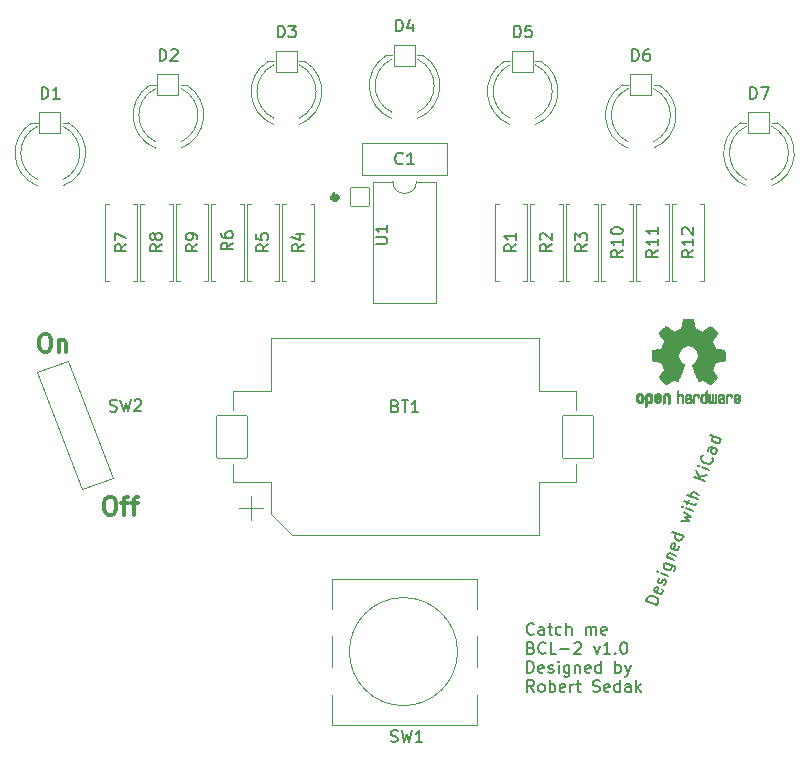
<source format=gto>
G04 #@! TF.GenerationSoftware,KiCad,Pcbnew,6.0.11-2627ca5db0~126~ubuntu20.04.1*
G04 #@! TF.CreationDate,2025-11-03T09:49:21+01:00*
G04 #@! TF.ProjectId,attiny85_catch_me_bcl-2,61747469-6e79-4383-955f-63617463685f,1.0*
G04 #@! TF.SameCoordinates,Original*
G04 #@! TF.FileFunction,Legend,Top*
G04 #@! TF.FilePolarity,Positive*
%FSLAX46Y46*%
G04 Gerber Fmt 4.6, Leading zero omitted, Abs format (unit mm)*
G04 Created by KiCad (PCBNEW 6.0.11-2627ca5db0~126~ubuntu20.04.1) date 2025-11-03 09:49:21*
%MOMM*%
%LPD*%
G01*
G04 APERTURE LIST*
G04 Aperture macros list*
%AMRoundRect*
0 Rectangle with rounded corners*
0 $1 Rounding radius*
0 $2 $3 $4 $5 $6 $7 $8 $9 X,Y pos of 4 corners*
0 Add a 4 corners polygon primitive as box body*
4,1,4,$2,$3,$4,$5,$6,$7,$8,$9,$2,$3,0*
0 Add four circle primitives for the rounded corners*
1,1,$1+$1,$2,$3*
1,1,$1+$1,$4,$5*
1,1,$1+$1,$6,$7*
1,1,$1+$1,$8,$9*
0 Add four rect primitives between the rounded corners*
20,1,$1+$1,$2,$3,$4,$5,0*
20,1,$1+$1,$4,$5,$6,$7,0*
20,1,$1+$1,$6,$7,$8,$9,0*
20,1,$1+$1,$8,$9,$2,$3,0*%
G04 Aperture macros list end*
%ADD10C,0.600000*%
%ADD11C,0.300000*%
%ADD12C,0.200000*%
%ADD13C,0.150000*%
%ADD14C,0.120000*%
%ADD15C,0.010000*%
%ADD16RoundRect,0.526000X0.413263X0.667431X-0.753713X0.219471X-0.413263X-0.667431X0.753713X-0.219471X0*%
%ADD17RoundRect,0.051000X0.438312X0.984465X-0.984465X0.438312X-0.438312X-0.984465X0.984465X-0.438312X0*%
%ADD18C,1.626000*%
%ADD19C,1.702000*%
%ADD20O,1.702000X1.702000*%
%ADD21RoundRect,0.051000X-0.800000X-0.800000X0.800000X-0.800000X0.800000X0.800000X-0.800000X0.800000X0*%
%ADD22O,3.150000X1.952000*%
%ADD23RoundRect,0.051000X1.300000X1.800000X-1.300000X1.800000X-1.300000X-1.800000X1.300000X-1.800000X0*%
%ADD24RoundRect,0.051000X-0.900000X0.900000X-0.900000X-0.900000X0.900000X-0.900000X0.900000X0.900000X0*%
%ADD25C,1.902000*%
G04 APERTURE END LIST*
D10*
X99226800Y-82000000D02*
G75*
G03*
X99226800Y-82000000I-141400J0D01*
G01*
D11*
X79925000Y-107353571D02*
X80210714Y-107353571D01*
X80353571Y-107425000D01*
X80496428Y-107567857D01*
X80567857Y-107853571D01*
X80567857Y-108353571D01*
X80496428Y-108639285D01*
X80353571Y-108782142D01*
X80210714Y-108853571D01*
X79925000Y-108853571D01*
X79782142Y-108782142D01*
X79639285Y-108639285D01*
X79567857Y-108353571D01*
X79567857Y-107853571D01*
X79639285Y-107567857D01*
X79782142Y-107425000D01*
X79925000Y-107353571D01*
X80996428Y-107853571D02*
X81567857Y-107853571D01*
X81210714Y-108853571D02*
X81210714Y-107567857D01*
X81282142Y-107425000D01*
X81425000Y-107353571D01*
X81567857Y-107353571D01*
X81853571Y-107853571D02*
X82425000Y-107853571D01*
X82067857Y-108853571D02*
X82067857Y-107567857D01*
X82139285Y-107425000D01*
X82282142Y-107353571D01*
X82425000Y-107353571D01*
X74428571Y-93578571D02*
X74714285Y-93578571D01*
X74857142Y-93650000D01*
X75000000Y-93792857D01*
X75071428Y-94078571D01*
X75071428Y-94578571D01*
X75000000Y-94864285D01*
X74857142Y-95007142D01*
X74714285Y-95078571D01*
X74428571Y-95078571D01*
X74285714Y-95007142D01*
X74142857Y-94864285D01*
X74071428Y-94578571D01*
X74071428Y-94078571D01*
X74142857Y-93792857D01*
X74285714Y-93650000D01*
X74428571Y-93578571D01*
X75714285Y-94078571D02*
X75714285Y-95078571D01*
X75714285Y-94221428D02*
X75785714Y-94150000D01*
X75928571Y-94078571D01*
X76142857Y-94078571D01*
X76285714Y-94150000D01*
X76357142Y-94292857D01*
X76357142Y-95078571D01*
D12*
X126377041Y-116507800D02*
X125443461Y-116149432D01*
X125528787Y-115927151D01*
X125624438Y-115810847D01*
X125747481Y-115756065D01*
X125853458Y-115745739D01*
X126048348Y-115769543D01*
X126181717Y-115820739D01*
X126342477Y-115933456D01*
X126414324Y-116012042D01*
X126469106Y-116135085D01*
X126462367Y-116285519D01*
X126377041Y-116507800D01*
X126827474Y-115201504D02*
X126837800Y-115307482D01*
X126769540Y-115485307D01*
X126690953Y-115557154D01*
X126584975Y-115567480D01*
X126229326Y-115430959D01*
X126157479Y-115352372D01*
X126147153Y-115246395D01*
X126215413Y-115068570D01*
X126294000Y-114996723D01*
X126399977Y-114986397D01*
X126488890Y-115020527D01*
X126407151Y-115499219D01*
X126981060Y-114801398D02*
X127059647Y-114729551D01*
X127127907Y-114551726D01*
X127117582Y-114445749D01*
X127045734Y-114367162D01*
X127001278Y-114350097D01*
X126895301Y-114360423D01*
X126816714Y-114432270D01*
X126765519Y-114565639D01*
X126686932Y-114637486D01*
X126580955Y-114647812D01*
X126536498Y-114630747D01*
X126464651Y-114552161D01*
X126454325Y-114446183D01*
X126505521Y-114312814D01*
X126584107Y-114240967D01*
X127332689Y-114018252D02*
X126710302Y-113779340D01*
X126399109Y-113659884D02*
X126426500Y-113721405D01*
X126488021Y-113694014D01*
X126460630Y-113632493D01*
X126399109Y-113659884D01*
X126488021Y-113694014D01*
X127034540Y-112934672D02*
X127790295Y-113224779D01*
X127862143Y-113303366D01*
X127889534Y-113364887D01*
X127899860Y-113470865D01*
X127848664Y-113604233D01*
X127770078Y-113676081D01*
X127612471Y-113156519D02*
X127622797Y-113262496D01*
X127554536Y-113440321D01*
X127475950Y-113512168D01*
X127414428Y-113539559D01*
X127308451Y-113549885D01*
X127041713Y-113447495D01*
X126969866Y-113368908D01*
X126942475Y-113307387D01*
X126932149Y-113201409D01*
X127000410Y-113023584D01*
X127078996Y-112951737D01*
X127205191Y-112490110D02*
X127827578Y-112729022D01*
X127294104Y-112524240D02*
X127266713Y-112462719D01*
X127256387Y-112356741D01*
X127307582Y-112223372D01*
X127386169Y-112151525D01*
X127492146Y-112141199D01*
X127981165Y-112328916D01*
X128243881Y-111511639D02*
X128254207Y-111617616D01*
X128185946Y-111795441D01*
X128107360Y-111867289D01*
X128001382Y-111877615D01*
X127645732Y-111741093D01*
X127573885Y-111662507D01*
X127563559Y-111556529D01*
X127631820Y-111378704D01*
X127710406Y-111306857D01*
X127816384Y-111296531D01*
X127905296Y-111330662D01*
X127823557Y-111809354D01*
X128612575Y-110684036D02*
X127678994Y-110325668D01*
X128568118Y-110666971D02*
X128578444Y-110772948D01*
X128510184Y-110950773D01*
X128431597Y-111022621D01*
X128370076Y-111050012D01*
X128264098Y-111060338D01*
X127997361Y-110957947D01*
X127925514Y-110879360D01*
X127898123Y-110817839D01*
X127887797Y-110711861D01*
X127956057Y-110534036D01*
X128034644Y-110462189D01*
X128399751Y-109378175D02*
X129090399Y-109439262D01*
X128714097Y-109090786D01*
X129226920Y-109083612D01*
X128672793Y-108666876D01*
X129431701Y-108550138D02*
X128809315Y-108311226D01*
X128498121Y-108191770D02*
X128525512Y-108253291D01*
X128587033Y-108225900D01*
X128559642Y-108164379D01*
X128498121Y-108191770D01*
X128587033Y-108225900D01*
X128928770Y-108000032D02*
X129065292Y-107644383D01*
X128668772Y-107747208D02*
X129468984Y-108054380D01*
X129574962Y-108044054D01*
X129653548Y-107972207D01*
X129687679Y-107883295D01*
X129807135Y-107572101D02*
X128873554Y-107213733D01*
X129960721Y-107171995D02*
X129471702Y-106984279D01*
X129365725Y-106994605D01*
X129287138Y-107066452D01*
X129235943Y-107199821D01*
X129246269Y-107305798D01*
X129273660Y-107367320D01*
X130404414Y-106016134D02*
X129470834Y-105657766D01*
X130609196Y-105482659D02*
X129922135Y-105677984D01*
X129675616Y-105124291D02*
X130004309Y-105862548D01*
X130762782Y-105082553D02*
X130140395Y-104843642D01*
X129829202Y-104724186D02*
X129856593Y-104785707D01*
X129918114Y-104758316D01*
X129890723Y-104696794D01*
X129829202Y-104724186D01*
X129918114Y-104758316D01*
X131049303Y-104070387D02*
X131076694Y-104131908D01*
X131069955Y-104282342D01*
X131035825Y-104371254D01*
X130940173Y-104487558D01*
X130817130Y-104542340D01*
X130711153Y-104552666D01*
X130516263Y-104528861D01*
X130382894Y-104477666D01*
X130222134Y-104364949D01*
X130150287Y-104286363D01*
X130095505Y-104163320D01*
X130102244Y-104012886D01*
X130136375Y-103923974D01*
X130232026Y-103807670D01*
X130293547Y-103780279D01*
X131445388Y-103304305D02*
X130956370Y-103116588D01*
X130850392Y-103126914D01*
X130771806Y-103198762D01*
X130703545Y-103376587D01*
X130713871Y-103482564D01*
X131400932Y-103287240D02*
X131411258Y-103393217D01*
X131325932Y-103615499D01*
X131247346Y-103687346D01*
X131141368Y-103697672D01*
X131052456Y-103663541D01*
X130980608Y-103584955D01*
X130970282Y-103478977D01*
X131055608Y-103256696D01*
X131045282Y-103150719D01*
X131769626Y-102459637D02*
X130836045Y-102101269D01*
X131725169Y-102442572D02*
X131735495Y-102548549D01*
X131667235Y-102726374D01*
X131588648Y-102798222D01*
X131527127Y-102825613D01*
X131421149Y-102835939D01*
X131154412Y-102733548D01*
X131082565Y-102654961D01*
X131055174Y-102593440D01*
X131044848Y-102487462D01*
X131113108Y-102309637D01*
X131191695Y-102237790D01*
X115939523Y-118942142D02*
X115891904Y-118989761D01*
X115749047Y-119037380D01*
X115653809Y-119037380D01*
X115510952Y-118989761D01*
X115415714Y-118894523D01*
X115368095Y-118799285D01*
X115320476Y-118608809D01*
X115320476Y-118465952D01*
X115368095Y-118275476D01*
X115415714Y-118180238D01*
X115510952Y-118085000D01*
X115653809Y-118037380D01*
X115749047Y-118037380D01*
X115891904Y-118085000D01*
X115939523Y-118132619D01*
X116796666Y-119037380D02*
X116796666Y-118513571D01*
X116749047Y-118418333D01*
X116653809Y-118370714D01*
X116463333Y-118370714D01*
X116368095Y-118418333D01*
X116796666Y-118989761D02*
X116701428Y-119037380D01*
X116463333Y-119037380D01*
X116368095Y-118989761D01*
X116320476Y-118894523D01*
X116320476Y-118799285D01*
X116368095Y-118704047D01*
X116463333Y-118656428D01*
X116701428Y-118656428D01*
X116796666Y-118608809D01*
X117130000Y-118370714D02*
X117510952Y-118370714D01*
X117272857Y-118037380D02*
X117272857Y-118894523D01*
X117320476Y-118989761D01*
X117415714Y-119037380D01*
X117510952Y-119037380D01*
X118272857Y-118989761D02*
X118177619Y-119037380D01*
X117987142Y-119037380D01*
X117891904Y-118989761D01*
X117844285Y-118942142D01*
X117796666Y-118846904D01*
X117796666Y-118561190D01*
X117844285Y-118465952D01*
X117891904Y-118418333D01*
X117987142Y-118370714D01*
X118177619Y-118370714D01*
X118272857Y-118418333D01*
X118701428Y-119037380D02*
X118701428Y-118037380D01*
X119130000Y-119037380D02*
X119130000Y-118513571D01*
X119082380Y-118418333D01*
X118987142Y-118370714D01*
X118844285Y-118370714D01*
X118749047Y-118418333D01*
X118701428Y-118465952D01*
X120368095Y-119037380D02*
X120368095Y-118370714D01*
X120368095Y-118465952D02*
X120415714Y-118418333D01*
X120510952Y-118370714D01*
X120653809Y-118370714D01*
X120749047Y-118418333D01*
X120796666Y-118513571D01*
X120796666Y-119037380D01*
X120796666Y-118513571D02*
X120844285Y-118418333D01*
X120939523Y-118370714D01*
X121082380Y-118370714D01*
X121177619Y-118418333D01*
X121225238Y-118513571D01*
X121225238Y-119037380D01*
X122082380Y-118989761D02*
X121987142Y-119037380D01*
X121796666Y-119037380D01*
X121701428Y-118989761D01*
X121653809Y-118894523D01*
X121653809Y-118513571D01*
X121701428Y-118418333D01*
X121796666Y-118370714D01*
X121987142Y-118370714D01*
X122082380Y-118418333D01*
X122130000Y-118513571D01*
X122130000Y-118608809D01*
X121653809Y-118704047D01*
X115701428Y-120123571D02*
X115844285Y-120171190D01*
X115891904Y-120218809D01*
X115939523Y-120314047D01*
X115939523Y-120456904D01*
X115891904Y-120552142D01*
X115844285Y-120599761D01*
X115749047Y-120647380D01*
X115368095Y-120647380D01*
X115368095Y-119647380D01*
X115701428Y-119647380D01*
X115796666Y-119695000D01*
X115844285Y-119742619D01*
X115891904Y-119837857D01*
X115891904Y-119933095D01*
X115844285Y-120028333D01*
X115796666Y-120075952D01*
X115701428Y-120123571D01*
X115368095Y-120123571D01*
X116939523Y-120552142D02*
X116891904Y-120599761D01*
X116749047Y-120647380D01*
X116653809Y-120647380D01*
X116510952Y-120599761D01*
X116415714Y-120504523D01*
X116368095Y-120409285D01*
X116320476Y-120218809D01*
X116320476Y-120075952D01*
X116368095Y-119885476D01*
X116415714Y-119790238D01*
X116510952Y-119695000D01*
X116653809Y-119647380D01*
X116749047Y-119647380D01*
X116891904Y-119695000D01*
X116939523Y-119742619D01*
X117844285Y-120647380D02*
X117368095Y-120647380D01*
X117368095Y-119647380D01*
X118177619Y-120266428D02*
X118939523Y-120266428D01*
X119368095Y-119742619D02*
X119415714Y-119695000D01*
X119510952Y-119647380D01*
X119749047Y-119647380D01*
X119844285Y-119695000D01*
X119891904Y-119742619D01*
X119939523Y-119837857D01*
X119939523Y-119933095D01*
X119891904Y-120075952D01*
X119320476Y-120647380D01*
X119939523Y-120647380D01*
X121034761Y-119980714D02*
X121272857Y-120647380D01*
X121510952Y-119980714D01*
X122415714Y-120647380D02*
X121844285Y-120647380D01*
X122130000Y-120647380D02*
X122130000Y-119647380D01*
X122034761Y-119790238D01*
X121939523Y-119885476D01*
X121844285Y-119933095D01*
X122844285Y-120552142D02*
X122891904Y-120599761D01*
X122844285Y-120647380D01*
X122796666Y-120599761D01*
X122844285Y-120552142D01*
X122844285Y-120647380D01*
X123510952Y-119647380D02*
X123606190Y-119647380D01*
X123701428Y-119695000D01*
X123749047Y-119742619D01*
X123796666Y-119837857D01*
X123844285Y-120028333D01*
X123844285Y-120266428D01*
X123796666Y-120456904D01*
X123749047Y-120552142D01*
X123701428Y-120599761D01*
X123606190Y-120647380D01*
X123510952Y-120647380D01*
X123415714Y-120599761D01*
X123368095Y-120552142D01*
X123320476Y-120456904D01*
X123272857Y-120266428D01*
X123272857Y-120028333D01*
X123320476Y-119837857D01*
X123368095Y-119742619D01*
X123415714Y-119695000D01*
X123510952Y-119647380D01*
X115368095Y-122257380D02*
X115368095Y-121257380D01*
X115606190Y-121257380D01*
X115749047Y-121305000D01*
X115844285Y-121400238D01*
X115891904Y-121495476D01*
X115939523Y-121685952D01*
X115939523Y-121828809D01*
X115891904Y-122019285D01*
X115844285Y-122114523D01*
X115749047Y-122209761D01*
X115606190Y-122257380D01*
X115368095Y-122257380D01*
X116749047Y-122209761D02*
X116653809Y-122257380D01*
X116463333Y-122257380D01*
X116368095Y-122209761D01*
X116320476Y-122114523D01*
X116320476Y-121733571D01*
X116368095Y-121638333D01*
X116463333Y-121590714D01*
X116653809Y-121590714D01*
X116749047Y-121638333D01*
X116796666Y-121733571D01*
X116796666Y-121828809D01*
X116320476Y-121924047D01*
X117177619Y-122209761D02*
X117272857Y-122257380D01*
X117463333Y-122257380D01*
X117558571Y-122209761D01*
X117606190Y-122114523D01*
X117606190Y-122066904D01*
X117558571Y-121971666D01*
X117463333Y-121924047D01*
X117320476Y-121924047D01*
X117225238Y-121876428D01*
X117177619Y-121781190D01*
X117177619Y-121733571D01*
X117225238Y-121638333D01*
X117320476Y-121590714D01*
X117463333Y-121590714D01*
X117558571Y-121638333D01*
X118034761Y-122257380D02*
X118034761Y-121590714D01*
X118034761Y-121257380D02*
X117987142Y-121305000D01*
X118034761Y-121352619D01*
X118082380Y-121305000D01*
X118034761Y-121257380D01*
X118034761Y-121352619D01*
X118939523Y-121590714D02*
X118939523Y-122400238D01*
X118891904Y-122495476D01*
X118844285Y-122543095D01*
X118749047Y-122590714D01*
X118606190Y-122590714D01*
X118510952Y-122543095D01*
X118939523Y-122209761D02*
X118844285Y-122257380D01*
X118653809Y-122257380D01*
X118558571Y-122209761D01*
X118510952Y-122162142D01*
X118463333Y-122066904D01*
X118463333Y-121781190D01*
X118510952Y-121685952D01*
X118558571Y-121638333D01*
X118653809Y-121590714D01*
X118844285Y-121590714D01*
X118939523Y-121638333D01*
X119415714Y-121590714D02*
X119415714Y-122257380D01*
X119415714Y-121685952D02*
X119463333Y-121638333D01*
X119558571Y-121590714D01*
X119701428Y-121590714D01*
X119796666Y-121638333D01*
X119844285Y-121733571D01*
X119844285Y-122257380D01*
X120701428Y-122209761D02*
X120606190Y-122257380D01*
X120415714Y-122257380D01*
X120320476Y-122209761D01*
X120272857Y-122114523D01*
X120272857Y-121733571D01*
X120320476Y-121638333D01*
X120415714Y-121590714D01*
X120606190Y-121590714D01*
X120701428Y-121638333D01*
X120749047Y-121733571D01*
X120749047Y-121828809D01*
X120272857Y-121924047D01*
X121606190Y-122257380D02*
X121606190Y-121257380D01*
X121606190Y-122209761D02*
X121510952Y-122257380D01*
X121320476Y-122257380D01*
X121225238Y-122209761D01*
X121177619Y-122162142D01*
X121130000Y-122066904D01*
X121130000Y-121781190D01*
X121177619Y-121685952D01*
X121225238Y-121638333D01*
X121320476Y-121590714D01*
X121510952Y-121590714D01*
X121606190Y-121638333D01*
X122844285Y-122257380D02*
X122844285Y-121257380D01*
X122844285Y-121638333D02*
X122939523Y-121590714D01*
X123130000Y-121590714D01*
X123225238Y-121638333D01*
X123272857Y-121685952D01*
X123320476Y-121781190D01*
X123320476Y-122066904D01*
X123272857Y-122162142D01*
X123225238Y-122209761D01*
X123130000Y-122257380D01*
X122939523Y-122257380D01*
X122844285Y-122209761D01*
X123653809Y-121590714D02*
X123891904Y-122257380D01*
X124130000Y-121590714D02*
X123891904Y-122257380D01*
X123796666Y-122495476D01*
X123749047Y-122543095D01*
X123653809Y-122590714D01*
X115939523Y-123867380D02*
X115606190Y-123391190D01*
X115368095Y-123867380D02*
X115368095Y-122867380D01*
X115749047Y-122867380D01*
X115844285Y-122915000D01*
X115891904Y-122962619D01*
X115939523Y-123057857D01*
X115939523Y-123200714D01*
X115891904Y-123295952D01*
X115844285Y-123343571D01*
X115749047Y-123391190D01*
X115368095Y-123391190D01*
X116510952Y-123867380D02*
X116415714Y-123819761D01*
X116368095Y-123772142D01*
X116320476Y-123676904D01*
X116320476Y-123391190D01*
X116368095Y-123295952D01*
X116415714Y-123248333D01*
X116510952Y-123200714D01*
X116653809Y-123200714D01*
X116749047Y-123248333D01*
X116796666Y-123295952D01*
X116844285Y-123391190D01*
X116844285Y-123676904D01*
X116796666Y-123772142D01*
X116749047Y-123819761D01*
X116653809Y-123867380D01*
X116510952Y-123867380D01*
X117272857Y-123867380D02*
X117272857Y-122867380D01*
X117272857Y-123248333D02*
X117368095Y-123200714D01*
X117558571Y-123200714D01*
X117653809Y-123248333D01*
X117701428Y-123295952D01*
X117749047Y-123391190D01*
X117749047Y-123676904D01*
X117701428Y-123772142D01*
X117653809Y-123819761D01*
X117558571Y-123867380D01*
X117368095Y-123867380D01*
X117272857Y-123819761D01*
X118558571Y-123819761D02*
X118463333Y-123867380D01*
X118272857Y-123867380D01*
X118177619Y-123819761D01*
X118130000Y-123724523D01*
X118130000Y-123343571D01*
X118177619Y-123248333D01*
X118272857Y-123200714D01*
X118463333Y-123200714D01*
X118558571Y-123248333D01*
X118606190Y-123343571D01*
X118606190Y-123438809D01*
X118130000Y-123534047D01*
X119034761Y-123867380D02*
X119034761Y-123200714D01*
X119034761Y-123391190D02*
X119082380Y-123295952D01*
X119130000Y-123248333D01*
X119225238Y-123200714D01*
X119320476Y-123200714D01*
X119510952Y-123200714D02*
X119891904Y-123200714D01*
X119653809Y-122867380D02*
X119653809Y-123724523D01*
X119701428Y-123819761D01*
X119796666Y-123867380D01*
X119891904Y-123867380D01*
X120939523Y-123819761D02*
X121082380Y-123867380D01*
X121320476Y-123867380D01*
X121415714Y-123819761D01*
X121463333Y-123772142D01*
X121510952Y-123676904D01*
X121510952Y-123581666D01*
X121463333Y-123486428D01*
X121415714Y-123438809D01*
X121320476Y-123391190D01*
X121130000Y-123343571D01*
X121034761Y-123295952D01*
X120987142Y-123248333D01*
X120939523Y-123153095D01*
X120939523Y-123057857D01*
X120987142Y-122962619D01*
X121034761Y-122915000D01*
X121130000Y-122867380D01*
X121368095Y-122867380D01*
X121510952Y-122915000D01*
X122320476Y-123819761D02*
X122225238Y-123867380D01*
X122034761Y-123867380D01*
X121939523Y-123819761D01*
X121891904Y-123724523D01*
X121891904Y-123343571D01*
X121939523Y-123248333D01*
X122034761Y-123200714D01*
X122225238Y-123200714D01*
X122320476Y-123248333D01*
X122368095Y-123343571D01*
X122368095Y-123438809D01*
X121891904Y-123534047D01*
X123225238Y-123867380D02*
X123225238Y-122867380D01*
X123225238Y-123819761D02*
X123130000Y-123867380D01*
X122939523Y-123867380D01*
X122844285Y-123819761D01*
X122796666Y-123772142D01*
X122749047Y-123676904D01*
X122749047Y-123391190D01*
X122796666Y-123295952D01*
X122844285Y-123248333D01*
X122939523Y-123200714D01*
X123130000Y-123200714D01*
X123225238Y-123248333D01*
X124130000Y-123867380D02*
X124130000Y-123343571D01*
X124082380Y-123248333D01*
X123987142Y-123200714D01*
X123796666Y-123200714D01*
X123701428Y-123248333D01*
X124130000Y-123819761D02*
X124034761Y-123867380D01*
X123796666Y-123867380D01*
X123701428Y-123819761D01*
X123653809Y-123724523D01*
X123653809Y-123629285D01*
X123701428Y-123534047D01*
X123796666Y-123486428D01*
X124034761Y-123486428D01*
X124130000Y-123438809D01*
X124606190Y-123867380D02*
X124606190Y-122867380D01*
X124701428Y-123486428D02*
X124987142Y-123867380D01*
X124987142Y-123200714D02*
X124606190Y-123581666D01*
D13*
X80055533Y-100097570D02*
X80199200Y-100142688D01*
X80437259Y-100138533D01*
X80531651Y-100089259D01*
X80578432Y-100040816D01*
X80624382Y-99944761D01*
X80622720Y-99849538D01*
X80573446Y-99755145D01*
X80525003Y-99708365D01*
X80428948Y-99662415D01*
X80237670Y-99618127D01*
X80141615Y-99572178D01*
X80093172Y-99525397D01*
X80043898Y-99431005D01*
X80042236Y-99335781D01*
X80088186Y-99239726D01*
X80134967Y-99191283D01*
X80229359Y-99142009D01*
X80467418Y-99137854D01*
X80611085Y-99182973D01*
X80943536Y-99129543D02*
X81199047Y-100125236D01*
X81377029Y-99407735D01*
X81579942Y-100118587D01*
X81800548Y-99114584D01*
X82135493Y-99203990D02*
X82182274Y-99155548D01*
X82276666Y-99106274D01*
X82514725Y-99102118D01*
X82610780Y-99148068D01*
X82659223Y-99194849D01*
X82708497Y-99289241D01*
X82710159Y-99384465D01*
X82665040Y-99528131D01*
X82103672Y-100109446D01*
X82722625Y-100098642D01*
X120452380Y-85976666D02*
X119976190Y-86310000D01*
X120452380Y-86548095D02*
X119452380Y-86548095D01*
X119452380Y-86167142D01*
X119500000Y-86071904D01*
X119547619Y-86024285D01*
X119642857Y-85976666D01*
X119785714Y-85976666D01*
X119880952Y-86024285D01*
X119928571Y-86071904D01*
X119976190Y-86167142D01*
X119976190Y-86548095D01*
X119452380Y-85643333D02*
X119452380Y-85024285D01*
X119833333Y-85357619D01*
X119833333Y-85214761D01*
X119880952Y-85119523D01*
X119928571Y-85071904D01*
X120023809Y-85024285D01*
X120261904Y-85024285D01*
X120357142Y-85071904D01*
X120404761Y-85119523D01*
X120452380Y-85214761D01*
X120452380Y-85500476D01*
X120404761Y-85595714D01*
X120357142Y-85643333D01*
X117452380Y-85976666D02*
X116976190Y-86310000D01*
X117452380Y-86548095D02*
X116452380Y-86548095D01*
X116452380Y-86167142D01*
X116500000Y-86071904D01*
X116547619Y-86024285D01*
X116642857Y-85976666D01*
X116785714Y-85976666D01*
X116880952Y-86024285D01*
X116928571Y-86071904D01*
X116976190Y-86167142D01*
X116976190Y-86548095D01*
X116547619Y-85595714D02*
X116500000Y-85548095D01*
X116452380Y-85452857D01*
X116452380Y-85214761D01*
X116500000Y-85119523D01*
X116547619Y-85071904D01*
X116642857Y-85024285D01*
X116738095Y-85024285D01*
X116880952Y-85071904D01*
X117452380Y-85643333D01*
X117452380Y-85024285D01*
X114452380Y-85976666D02*
X113976190Y-86310000D01*
X114452380Y-86548095D02*
X113452380Y-86548095D01*
X113452380Y-86167142D01*
X113500000Y-86071904D01*
X113547619Y-86024285D01*
X113642857Y-85976666D01*
X113785714Y-85976666D01*
X113880952Y-86024285D01*
X113928571Y-86071904D01*
X113976190Y-86167142D01*
X113976190Y-86548095D01*
X114452380Y-85024285D02*
X114452380Y-85595714D01*
X114452380Y-85310000D02*
X113452380Y-85310000D01*
X113595238Y-85405238D01*
X113690476Y-85500476D01*
X113738095Y-85595714D01*
X96452380Y-85976666D02*
X95976190Y-86310000D01*
X96452380Y-86548095D02*
X95452380Y-86548095D01*
X95452380Y-86167142D01*
X95500000Y-86071904D01*
X95547619Y-86024285D01*
X95642857Y-85976666D01*
X95785714Y-85976666D01*
X95880952Y-86024285D01*
X95928571Y-86071904D01*
X95976190Y-86167142D01*
X95976190Y-86548095D01*
X95785714Y-85119523D02*
X96452380Y-85119523D01*
X95404761Y-85357619D02*
X96119047Y-85595714D01*
X96119047Y-84976666D01*
X102547380Y-85936904D02*
X103356904Y-85936904D01*
X103452142Y-85889285D01*
X103499761Y-85841666D01*
X103547380Y-85746428D01*
X103547380Y-85555952D01*
X103499761Y-85460714D01*
X103452142Y-85413095D01*
X103356904Y-85365476D01*
X102547380Y-85365476D01*
X103547380Y-84365476D02*
X103547380Y-84936904D01*
X103547380Y-84651190D02*
X102547380Y-84651190D01*
X102690238Y-84746428D01*
X102785476Y-84841666D01*
X102833095Y-84936904D01*
X103836666Y-128064761D02*
X103979523Y-128112380D01*
X104217619Y-128112380D01*
X104312857Y-128064761D01*
X104360476Y-128017142D01*
X104408095Y-127921904D01*
X104408095Y-127826666D01*
X104360476Y-127731428D01*
X104312857Y-127683809D01*
X104217619Y-127636190D01*
X104027142Y-127588571D01*
X103931904Y-127540952D01*
X103884285Y-127493333D01*
X103836666Y-127398095D01*
X103836666Y-127302857D01*
X103884285Y-127207619D01*
X103931904Y-127160000D01*
X104027142Y-127112380D01*
X104265238Y-127112380D01*
X104408095Y-127160000D01*
X104741428Y-127112380D02*
X104979523Y-128112380D01*
X105170000Y-127398095D01*
X105360476Y-128112380D01*
X105598571Y-127112380D01*
X106503333Y-128112380D02*
X105931904Y-128112380D01*
X106217619Y-128112380D02*
X106217619Y-127112380D01*
X106122380Y-127255238D01*
X106027142Y-127350476D01*
X105931904Y-127398095D01*
X104214285Y-99663571D02*
X104357142Y-99711190D01*
X104404761Y-99758809D01*
X104452380Y-99854047D01*
X104452380Y-99996904D01*
X104404761Y-100092142D01*
X104357142Y-100139761D01*
X104261904Y-100187380D01*
X103880952Y-100187380D01*
X103880952Y-99187380D01*
X104214285Y-99187380D01*
X104309523Y-99235000D01*
X104357142Y-99282619D01*
X104404761Y-99377857D01*
X104404761Y-99473095D01*
X104357142Y-99568333D01*
X104309523Y-99615952D01*
X104214285Y-99663571D01*
X103880952Y-99663571D01*
X104738095Y-99187380D02*
X105309523Y-99187380D01*
X105023809Y-100187380D02*
X105023809Y-99187380D01*
X106166666Y-100187380D02*
X105595238Y-100187380D01*
X105880952Y-100187380D02*
X105880952Y-99187380D01*
X105785714Y-99330238D01*
X105690476Y-99425476D01*
X105595238Y-99473095D01*
X104833333Y-79107142D02*
X104785714Y-79154761D01*
X104642857Y-79202380D01*
X104547619Y-79202380D01*
X104404761Y-79154761D01*
X104309523Y-79059523D01*
X104261904Y-78964285D01*
X104214285Y-78773809D01*
X104214285Y-78630952D01*
X104261904Y-78440476D01*
X104309523Y-78345238D01*
X104404761Y-78250000D01*
X104547619Y-78202380D01*
X104642857Y-78202380D01*
X104785714Y-78250000D01*
X104833333Y-78297619D01*
X105785714Y-79202380D02*
X105214285Y-79202380D01*
X105500000Y-79202380D02*
X105500000Y-78202380D01*
X105404761Y-78345238D01*
X105309523Y-78440476D01*
X105214285Y-78488095D01*
X124261904Y-70452380D02*
X124261904Y-69452380D01*
X124500000Y-69452380D01*
X124642857Y-69500000D01*
X124738095Y-69595238D01*
X124785714Y-69690476D01*
X124833333Y-69880952D01*
X124833333Y-70023809D01*
X124785714Y-70214285D01*
X124738095Y-70309523D01*
X124642857Y-70404761D01*
X124500000Y-70452380D01*
X124261904Y-70452380D01*
X125690476Y-69452380D02*
X125500000Y-69452380D01*
X125404761Y-69500000D01*
X125357142Y-69547619D01*
X125261904Y-69690476D01*
X125214285Y-69880952D01*
X125214285Y-70261904D01*
X125261904Y-70357142D01*
X125309523Y-70404761D01*
X125404761Y-70452380D01*
X125595238Y-70452380D01*
X125690476Y-70404761D01*
X125738095Y-70357142D01*
X125785714Y-70261904D01*
X125785714Y-70023809D01*
X125738095Y-69928571D01*
X125690476Y-69880952D01*
X125595238Y-69833333D01*
X125404761Y-69833333D01*
X125309523Y-69880952D01*
X125261904Y-69928571D01*
X125214285Y-70023809D01*
X114261904Y-68452380D02*
X114261904Y-67452380D01*
X114500000Y-67452380D01*
X114642857Y-67500000D01*
X114738095Y-67595238D01*
X114785714Y-67690476D01*
X114833333Y-67880952D01*
X114833333Y-68023809D01*
X114785714Y-68214285D01*
X114738095Y-68309523D01*
X114642857Y-68404761D01*
X114500000Y-68452380D01*
X114261904Y-68452380D01*
X115738095Y-67452380D02*
X115261904Y-67452380D01*
X115214285Y-67928571D01*
X115261904Y-67880952D01*
X115357142Y-67833333D01*
X115595238Y-67833333D01*
X115690476Y-67880952D01*
X115738095Y-67928571D01*
X115785714Y-68023809D01*
X115785714Y-68261904D01*
X115738095Y-68357142D01*
X115690476Y-68404761D01*
X115595238Y-68452380D01*
X115357142Y-68452380D01*
X115261904Y-68404761D01*
X115214285Y-68357142D01*
X84261904Y-70452380D02*
X84261904Y-69452380D01*
X84500000Y-69452380D01*
X84642857Y-69500000D01*
X84738095Y-69595238D01*
X84785714Y-69690476D01*
X84833333Y-69880952D01*
X84833333Y-70023809D01*
X84785714Y-70214285D01*
X84738095Y-70309523D01*
X84642857Y-70404761D01*
X84500000Y-70452380D01*
X84261904Y-70452380D01*
X85214285Y-69547619D02*
X85261904Y-69500000D01*
X85357142Y-69452380D01*
X85595238Y-69452380D01*
X85690476Y-69500000D01*
X85738095Y-69547619D01*
X85785714Y-69642857D01*
X85785714Y-69738095D01*
X85738095Y-69880952D01*
X85166666Y-70452380D01*
X85785714Y-70452380D01*
X81452380Y-85976666D02*
X80976190Y-86310000D01*
X81452380Y-86548095D02*
X80452380Y-86548095D01*
X80452380Y-86167142D01*
X80500000Y-86071904D01*
X80547619Y-86024285D01*
X80642857Y-85976666D01*
X80785714Y-85976666D01*
X80880952Y-86024285D01*
X80928571Y-86071904D01*
X80976190Y-86167142D01*
X80976190Y-86548095D01*
X80452380Y-85643333D02*
X80452380Y-84976666D01*
X81452380Y-85405238D01*
X87452380Y-85976666D02*
X86976190Y-86310000D01*
X87452380Y-86548095D02*
X86452380Y-86548095D01*
X86452380Y-86167142D01*
X86500000Y-86071904D01*
X86547619Y-86024285D01*
X86642857Y-85976666D01*
X86785714Y-85976666D01*
X86880952Y-86024285D01*
X86928571Y-86071904D01*
X86976190Y-86167142D01*
X86976190Y-86548095D01*
X87452380Y-85500476D02*
X87452380Y-85310000D01*
X87404761Y-85214761D01*
X87357142Y-85167142D01*
X87214285Y-85071904D01*
X87023809Y-85024285D01*
X86642857Y-85024285D01*
X86547619Y-85071904D01*
X86500000Y-85119523D01*
X86452380Y-85214761D01*
X86452380Y-85405238D01*
X86500000Y-85500476D01*
X86547619Y-85548095D01*
X86642857Y-85595714D01*
X86880952Y-85595714D01*
X86976190Y-85548095D01*
X87023809Y-85500476D01*
X87071428Y-85405238D01*
X87071428Y-85214761D01*
X87023809Y-85119523D01*
X86976190Y-85071904D01*
X86880952Y-85024285D01*
X104261904Y-67952380D02*
X104261904Y-66952380D01*
X104500000Y-66952380D01*
X104642857Y-67000000D01*
X104738095Y-67095238D01*
X104785714Y-67190476D01*
X104833333Y-67380952D01*
X104833333Y-67523809D01*
X104785714Y-67714285D01*
X104738095Y-67809523D01*
X104642857Y-67904761D01*
X104500000Y-67952380D01*
X104261904Y-67952380D01*
X105690476Y-67285714D02*
X105690476Y-67952380D01*
X105452380Y-66904761D02*
X105214285Y-67619047D01*
X105833333Y-67619047D01*
X94261904Y-68452380D02*
X94261904Y-67452380D01*
X94500000Y-67452380D01*
X94642857Y-67500000D01*
X94738095Y-67595238D01*
X94785714Y-67690476D01*
X94833333Y-67880952D01*
X94833333Y-68023809D01*
X94785714Y-68214285D01*
X94738095Y-68309523D01*
X94642857Y-68404761D01*
X94500000Y-68452380D01*
X94261904Y-68452380D01*
X95166666Y-67452380D02*
X95785714Y-67452380D01*
X95452380Y-67833333D01*
X95595238Y-67833333D01*
X95690476Y-67880952D01*
X95738095Y-67928571D01*
X95785714Y-68023809D01*
X95785714Y-68261904D01*
X95738095Y-68357142D01*
X95690476Y-68404761D01*
X95595238Y-68452380D01*
X95309523Y-68452380D01*
X95214285Y-68404761D01*
X95166666Y-68357142D01*
X126452380Y-86452857D02*
X125976190Y-86786190D01*
X126452380Y-87024285D02*
X125452380Y-87024285D01*
X125452380Y-86643333D01*
X125500000Y-86548095D01*
X125547619Y-86500476D01*
X125642857Y-86452857D01*
X125785714Y-86452857D01*
X125880952Y-86500476D01*
X125928571Y-86548095D01*
X125976190Y-86643333D01*
X125976190Y-87024285D01*
X126452380Y-85500476D02*
X126452380Y-86071904D01*
X126452380Y-85786190D02*
X125452380Y-85786190D01*
X125595238Y-85881428D01*
X125690476Y-85976666D01*
X125738095Y-86071904D01*
X126452380Y-84548095D02*
X126452380Y-85119523D01*
X126452380Y-84833809D02*
X125452380Y-84833809D01*
X125595238Y-84929047D01*
X125690476Y-85024285D01*
X125738095Y-85119523D01*
X90452380Y-85840666D02*
X89976190Y-86174000D01*
X90452380Y-86412095D02*
X89452380Y-86412095D01*
X89452380Y-86031142D01*
X89500000Y-85935904D01*
X89547619Y-85888285D01*
X89642857Y-85840666D01*
X89785714Y-85840666D01*
X89880952Y-85888285D01*
X89928571Y-85935904D01*
X89976190Y-86031142D01*
X89976190Y-86412095D01*
X89452380Y-84983523D02*
X89452380Y-85174000D01*
X89500000Y-85269238D01*
X89547619Y-85316857D01*
X89690476Y-85412095D01*
X89880952Y-85459714D01*
X90261904Y-85459714D01*
X90357142Y-85412095D01*
X90404761Y-85364476D01*
X90452380Y-85269238D01*
X90452380Y-85078761D01*
X90404761Y-84983523D01*
X90357142Y-84935904D01*
X90261904Y-84888285D01*
X90023809Y-84888285D01*
X89928571Y-84935904D01*
X89880952Y-84983523D01*
X89833333Y-85078761D01*
X89833333Y-85269238D01*
X89880952Y-85364476D01*
X89928571Y-85412095D01*
X90023809Y-85459714D01*
X123452380Y-86452857D02*
X122976190Y-86786190D01*
X123452380Y-87024285D02*
X122452380Y-87024285D01*
X122452380Y-86643333D01*
X122500000Y-86548095D01*
X122547619Y-86500476D01*
X122642857Y-86452857D01*
X122785714Y-86452857D01*
X122880952Y-86500476D01*
X122928571Y-86548095D01*
X122976190Y-86643333D01*
X122976190Y-87024285D01*
X123452380Y-85500476D02*
X123452380Y-86071904D01*
X123452380Y-85786190D02*
X122452380Y-85786190D01*
X122595238Y-85881428D01*
X122690476Y-85976666D01*
X122738095Y-86071904D01*
X122452380Y-84881428D02*
X122452380Y-84786190D01*
X122500000Y-84690952D01*
X122547619Y-84643333D01*
X122642857Y-84595714D01*
X122833333Y-84548095D01*
X123071428Y-84548095D01*
X123261904Y-84595714D01*
X123357142Y-84643333D01*
X123404761Y-84690952D01*
X123452380Y-84786190D01*
X123452380Y-84881428D01*
X123404761Y-84976666D01*
X123357142Y-85024285D01*
X123261904Y-85071904D01*
X123071428Y-85119523D01*
X122833333Y-85119523D01*
X122642857Y-85071904D01*
X122547619Y-85024285D01*
X122500000Y-84976666D01*
X122452380Y-84881428D01*
X84452380Y-85976666D02*
X83976190Y-86310000D01*
X84452380Y-86548095D02*
X83452380Y-86548095D01*
X83452380Y-86167142D01*
X83500000Y-86071904D01*
X83547619Y-86024285D01*
X83642857Y-85976666D01*
X83785714Y-85976666D01*
X83880952Y-86024285D01*
X83928571Y-86071904D01*
X83976190Y-86167142D01*
X83976190Y-86548095D01*
X83880952Y-85405238D02*
X83833333Y-85500476D01*
X83785714Y-85548095D01*
X83690476Y-85595714D01*
X83642857Y-85595714D01*
X83547619Y-85548095D01*
X83500000Y-85500476D01*
X83452380Y-85405238D01*
X83452380Y-85214761D01*
X83500000Y-85119523D01*
X83547619Y-85071904D01*
X83642857Y-85024285D01*
X83690476Y-85024285D01*
X83785714Y-85071904D01*
X83833333Y-85119523D01*
X83880952Y-85214761D01*
X83880952Y-85405238D01*
X83928571Y-85500476D01*
X83976190Y-85548095D01*
X84071428Y-85595714D01*
X84261904Y-85595714D01*
X84357142Y-85548095D01*
X84404761Y-85500476D01*
X84452380Y-85405238D01*
X84452380Y-85214761D01*
X84404761Y-85119523D01*
X84357142Y-85071904D01*
X84261904Y-85024285D01*
X84071428Y-85024285D01*
X83976190Y-85071904D01*
X83928571Y-85119523D01*
X83880952Y-85214761D01*
X134261904Y-73652380D02*
X134261904Y-72652380D01*
X134500000Y-72652380D01*
X134642857Y-72700000D01*
X134738095Y-72795238D01*
X134785714Y-72890476D01*
X134833333Y-73080952D01*
X134833333Y-73223809D01*
X134785714Y-73414285D01*
X134738095Y-73509523D01*
X134642857Y-73604761D01*
X134500000Y-73652380D01*
X134261904Y-73652380D01*
X135166666Y-72652380D02*
X135833333Y-72652380D01*
X135404761Y-73652380D01*
X93452380Y-85976666D02*
X92976190Y-86310000D01*
X93452380Y-86548095D02*
X92452380Y-86548095D01*
X92452380Y-86167142D01*
X92500000Y-86071904D01*
X92547619Y-86024285D01*
X92642857Y-85976666D01*
X92785714Y-85976666D01*
X92880952Y-86024285D01*
X92928571Y-86071904D01*
X92976190Y-86167142D01*
X92976190Y-86548095D01*
X92452380Y-85071904D02*
X92452380Y-85548095D01*
X92928571Y-85595714D01*
X92880952Y-85548095D01*
X92833333Y-85452857D01*
X92833333Y-85214761D01*
X92880952Y-85119523D01*
X92928571Y-85071904D01*
X93023809Y-85024285D01*
X93261904Y-85024285D01*
X93357142Y-85071904D01*
X93404761Y-85119523D01*
X93452380Y-85214761D01*
X93452380Y-85452857D01*
X93404761Y-85548095D01*
X93357142Y-85595714D01*
X74261904Y-73652380D02*
X74261904Y-72652380D01*
X74500000Y-72652380D01*
X74642857Y-72700000D01*
X74738095Y-72795238D01*
X74785714Y-72890476D01*
X74833333Y-73080952D01*
X74833333Y-73223809D01*
X74785714Y-73414285D01*
X74738095Y-73509523D01*
X74642857Y-73604761D01*
X74500000Y-73652380D01*
X74261904Y-73652380D01*
X75785714Y-73652380D02*
X75214285Y-73652380D01*
X75500000Y-73652380D02*
X75500000Y-72652380D01*
X75404761Y-72795238D01*
X75309523Y-72890476D01*
X75214285Y-72938095D01*
X129452380Y-86452857D02*
X128976190Y-86786190D01*
X129452380Y-87024285D02*
X128452380Y-87024285D01*
X128452380Y-86643333D01*
X128500000Y-86548095D01*
X128547619Y-86500476D01*
X128642857Y-86452857D01*
X128785714Y-86452857D01*
X128880952Y-86500476D01*
X128928571Y-86548095D01*
X128976190Y-86643333D01*
X128976190Y-87024285D01*
X129452380Y-85500476D02*
X129452380Y-86071904D01*
X129452380Y-85786190D02*
X128452380Y-85786190D01*
X128595238Y-85881428D01*
X128690476Y-85976666D01*
X128738095Y-86071904D01*
X128547619Y-85119523D02*
X128500000Y-85071904D01*
X128452380Y-84976666D01*
X128452380Y-84738571D01*
X128500000Y-84643333D01*
X128547619Y-84595714D01*
X128642857Y-84548095D01*
X128738095Y-84548095D01*
X128880952Y-84595714D01*
X129452380Y-85167142D01*
X129452380Y-84548095D01*
D14*
X76507662Y-95825309D02*
X80306363Y-105721261D01*
X77692338Y-106724691D02*
X73893637Y-96828739D01*
X80306363Y-105721261D02*
X77692338Y-106724691D01*
X76507662Y-95825309D02*
X73893637Y-96828739D01*
X121370000Y-89080000D02*
X121370000Y-82540000D01*
X118630000Y-89080000D02*
X118630000Y-82540000D01*
X121370000Y-82540000D02*
X121040000Y-82540000D01*
X118630000Y-82540000D02*
X118960000Y-82540000D01*
X118960000Y-89080000D02*
X118630000Y-89080000D01*
X121040000Y-89080000D02*
X121370000Y-89080000D01*
X115630000Y-89080000D02*
X115630000Y-82540000D01*
X118370000Y-89080000D02*
X118370000Y-82540000D01*
X115630000Y-82540000D02*
X115960000Y-82540000D01*
X118040000Y-89080000D02*
X118370000Y-89080000D01*
X118370000Y-82540000D02*
X118040000Y-82540000D01*
X115960000Y-89080000D02*
X115630000Y-89080000D01*
X115370000Y-89080000D02*
X115370000Y-82540000D01*
X112960000Y-89080000D02*
X112630000Y-89080000D01*
X115370000Y-82540000D02*
X115040000Y-82540000D01*
X112630000Y-82540000D02*
X112960000Y-82540000D01*
X115040000Y-89080000D02*
X115370000Y-89080000D01*
X112630000Y-89080000D02*
X112630000Y-82540000D01*
X97370000Y-82540000D02*
X97040000Y-82540000D01*
X94630000Y-89080000D02*
X94630000Y-82540000D01*
X94960000Y-89080000D02*
X94630000Y-89080000D01*
X97040000Y-89080000D02*
X97370000Y-89080000D01*
X94630000Y-82540000D02*
X94960000Y-82540000D01*
X97370000Y-89080000D02*
X97370000Y-82540000D01*
X107650000Y-80670000D02*
X106000000Y-80670000D01*
X107650000Y-90950000D02*
X107650000Y-80670000D01*
X102350000Y-80670000D02*
X102350000Y-90950000D01*
X102350000Y-90950000D02*
X107650000Y-90950000D01*
X104000000Y-80670000D02*
X102350000Y-80670000D01*
X104000000Y-80670000D02*
G75*
G03*
X106000000Y-80670000I1000000J0D01*
G01*
X111150000Y-126650000D02*
X98850000Y-126650000D01*
X111150000Y-119150000D02*
X111150000Y-121750000D01*
X98850000Y-126650000D02*
X98850000Y-124150000D01*
X111150000Y-124150000D02*
X111150000Y-126650000D01*
X98850000Y-114350000D02*
X111150000Y-114350000D01*
X111150000Y-114350000D02*
X111150000Y-116850000D01*
X98850000Y-121750000D02*
X98850000Y-119150000D01*
X98850000Y-116850000D02*
X98850000Y-114350000D01*
X109479050Y-120460000D02*
G75*
G03*
X109479050Y-120460000I-4579050J0D01*
G01*
X90450000Y-106125000D02*
X90450000Y-104575000D01*
X116350000Y-110625000D02*
X95450000Y-110625000D01*
X116350000Y-98425000D02*
X119550000Y-98425000D01*
X116350000Y-106125000D02*
X119550000Y-106125000D01*
X93000000Y-108275000D02*
X91000000Y-108275000D01*
X93650000Y-98425000D02*
X90450000Y-98425000D01*
X93650000Y-93925000D02*
X116350000Y-93925000D01*
X95450000Y-110625000D02*
X93650000Y-108825000D01*
X116350000Y-110625000D02*
X116350000Y-106125000D01*
X119550000Y-106125000D02*
X119550000Y-104575000D01*
X116350000Y-93925000D02*
X116350000Y-98425000D01*
X90450000Y-98425000D02*
X90450000Y-99975000D01*
X92000000Y-107275000D02*
X92000000Y-109275000D01*
X93650000Y-106125000D02*
X90450000Y-106125000D01*
X93650000Y-93925000D02*
X93650000Y-98425000D01*
X93650000Y-108825000D02*
X93650000Y-106125000D01*
X119550000Y-98425000D02*
X119550000Y-99975000D01*
X101380000Y-80120000D02*
X101380000Y-77380000D01*
X108620000Y-80120000D02*
X101380000Y-80120000D01*
X108620000Y-77380000D02*
X101380000Y-77380000D01*
X108620000Y-80120000D02*
X108620000Y-77380000D01*
X126545000Y-72480000D02*
X126080000Y-72480000D01*
X123920000Y-72480000D02*
X123455000Y-72480000D01*
X123455170Y-72480000D02*
G75*
G03*
X123919173Y-77827815I1544830J-2560000D01*
G01*
X123920000Y-72785316D02*
G75*
G03*
X123919571Y-77294479I1080000J-2254684D01*
G01*
X126080429Y-77294479D02*
G75*
G03*
X126080000Y-72785316I-1080429J2254479D01*
G01*
X126080827Y-77827815D02*
G75*
G03*
X126544830Y-72480000I-1080827J2787815D01*
G01*
X113920000Y-70480000D02*
X113455000Y-70480000D01*
X116545000Y-70480000D02*
X116080000Y-70480000D01*
X113455170Y-70480000D02*
G75*
G03*
X113919173Y-75827815I1544830J-2560000D01*
G01*
X113920000Y-70785316D02*
G75*
G03*
X113919571Y-75294479I1080000J-2254684D01*
G01*
X116080429Y-75294479D02*
G75*
G03*
X116080000Y-70785316I-1080429J2254479D01*
G01*
X116080827Y-75827815D02*
G75*
G03*
X116544830Y-70480000I-1080827J2787815D01*
G01*
X86545000Y-72480000D02*
X86080000Y-72480000D01*
X83920000Y-72480000D02*
X83455000Y-72480000D01*
X83455170Y-72480000D02*
G75*
G03*
X83919173Y-77827815I1544830J-2560000D01*
G01*
X86080827Y-77827815D02*
G75*
G03*
X86544830Y-72480000I-1080827J2787815D01*
G01*
X86080429Y-77294479D02*
G75*
G03*
X86080000Y-72785316I-1080429J2254479D01*
G01*
X83920000Y-72785316D02*
G75*
G03*
X83919571Y-77294479I1080000J-2254684D01*
G01*
X82370000Y-89080000D02*
X82040000Y-89080000D01*
X82040000Y-82540000D02*
X82370000Y-82540000D01*
X79630000Y-89080000D02*
X79960000Y-89080000D01*
X82370000Y-82540000D02*
X82370000Y-89080000D01*
X79960000Y-82540000D02*
X79630000Y-82540000D01*
X79630000Y-82540000D02*
X79630000Y-89080000D01*
X85630000Y-82540000D02*
X85630000Y-89080000D01*
X88370000Y-89080000D02*
X88040000Y-89080000D01*
X85960000Y-82540000D02*
X85630000Y-82540000D01*
X85630000Y-89080000D02*
X85960000Y-89080000D01*
X88370000Y-82540000D02*
X88370000Y-89080000D01*
X88040000Y-82540000D02*
X88370000Y-82540000D01*
X106545000Y-69980000D02*
X106080000Y-69980000D01*
X103920000Y-69980000D02*
X103455000Y-69980000D01*
X103920000Y-70285316D02*
G75*
G03*
X103919571Y-74794479I1080000J-2254684D01*
G01*
X103455170Y-69980000D02*
G75*
G03*
X103919173Y-75327815I1544830J-2560000D01*
G01*
X106080827Y-75327815D02*
G75*
G03*
X106544830Y-69980000I-1080827J2787815D01*
G01*
X106080429Y-74794479D02*
G75*
G03*
X106080000Y-70285316I-1080429J2254479D01*
G01*
X96545000Y-70480000D02*
X96080000Y-70480000D01*
X93920000Y-70480000D02*
X93455000Y-70480000D01*
X93920000Y-70785316D02*
G75*
G03*
X93919571Y-75294479I1080000J-2254684D01*
G01*
X96080429Y-75294479D02*
G75*
G03*
X96080000Y-70785316I-1080429J2254479D01*
G01*
X93455170Y-70480000D02*
G75*
G03*
X93919173Y-75827815I1544830J-2560000D01*
G01*
X96080827Y-75827815D02*
G75*
G03*
X96544830Y-70480000I-1080827J2787815D01*
G01*
X127370000Y-89080000D02*
X127040000Y-89080000D01*
X124630000Y-82540000D02*
X124630000Y-89080000D01*
X127040000Y-82540000D02*
X127370000Y-82540000D01*
X124630000Y-89080000D02*
X124960000Y-89080000D01*
X127370000Y-82540000D02*
X127370000Y-89080000D01*
X124960000Y-82540000D02*
X124630000Y-82540000D01*
X88960000Y-82540000D02*
X88630000Y-82540000D01*
X88630000Y-82540000D02*
X88630000Y-89080000D01*
X91040000Y-82540000D02*
X91370000Y-82540000D01*
X91370000Y-82540000D02*
X91370000Y-89080000D01*
X91370000Y-89080000D02*
X91040000Y-89080000D01*
X88630000Y-89080000D02*
X88960000Y-89080000D01*
X124370000Y-82540000D02*
X124370000Y-89080000D01*
X124370000Y-89080000D02*
X124040000Y-89080000D01*
X124040000Y-82540000D02*
X124370000Y-82540000D01*
X121630000Y-82540000D02*
X121630000Y-89080000D01*
X121630000Y-89080000D02*
X121960000Y-89080000D01*
X121960000Y-82540000D02*
X121630000Y-82540000D01*
G36*
X129713362Y-98624670D02*
G01*
X129802117Y-98657421D01*
X129874022Y-98715350D01*
X129902144Y-98756128D01*
X129932802Y-98830954D01*
X129932165Y-98885058D01*
X129899987Y-98921446D01*
X129888081Y-98927633D01*
X129836675Y-98946925D01*
X129810422Y-98941982D01*
X129801530Y-98909587D01*
X129801077Y-98891692D01*
X129784797Y-98825859D01*
X129742365Y-98779807D01*
X129683388Y-98757564D01*
X129617475Y-98763161D01*
X129563895Y-98792229D01*
X129545798Y-98808810D01*
X129532971Y-98828925D01*
X129524306Y-98859332D01*
X129518696Y-98906788D01*
X129515035Y-98978050D01*
X129512215Y-99079875D01*
X129511484Y-99112115D01*
X129508820Y-99222410D01*
X129505792Y-99300036D01*
X129501250Y-99351396D01*
X129494046Y-99382890D01*
X129483033Y-99400920D01*
X129467060Y-99411888D01*
X129456834Y-99416733D01*
X129413406Y-99433301D01*
X129387842Y-99438769D01*
X129379395Y-99420507D01*
X129374239Y-99365296D01*
X129372346Y-99272499D01*
X129373689Y-99141478D01*
X129374107Y-99121269D01*
X129377058Y-99001733D01*
X129380548Y-98914449D01*
X129385514Y-98852591D01*
X129392893Y-98809336D01*
X129403624Y-98777860D01*
X129418645Y-98751339D01*
X129426502Y-98739975D01*
X129471553Y-98689692D01*
X129521940Y-98650581D01*
X129528108Y-98647167D01*
X129618458Y-98620212D01*
X129713362Y-98624670D01*
G37*
D15*
X129713362Y-98624670D02*
X129802117Y-98657421D01*
X129874022Y-98715350D01*
X129902144Y-98756128D01*
X129932802Y-98830954D01*
X129932165Y-98885058D01*
X129899987Y-98921446D01*
X129888081Y-98927633D01*
X129836675Y-98946925D01*
X129810422Y-98941982D01*
X129801530Y-98909587D01*
X129801077Y-98891692D01*
X129784797Y-98825859D01*
X129742365Y-98779807D01*
X129683388Y-98757564D01*
X129617475Y-98763161D01*
X129563895Y-98792229D01*
X129545798Y-98808810D01*
X129532971Y-98828925D01*
X129524306Y-98859332D01*
X129518696Y-98906788D01*
X129515035Y-98978050D01*
X129512215Y-99079875D01*
X129511484Y-99112115D01*
X129508820Y-99222410D01*
X129505792Y-99300036D01*
X129501250Y-99351396D01*
X129494046Y-99382890D01*
X129483033Y-99400920D01*
X129467060Y-99411888D01*
X129456834Y-99416733D01*
X129413406Y-99433301D01*
X129387842Y-99438769D01*
X129379395Y-99420507D01*
X129374239Y-99365296D01*
X129372346Y-99272499D01*
X129373689Y-99141478D01*
X129374107Y-99121269D01*
X129377058Y-99001733D01*
X129380548Y-98914449D01*
X129385514Y-98852591D01*
X129392893Y-98809336D01*
X129403624Y-98777860D01*
X129418645Y-98751339D01*
X129426502Y-98739975D01*
X129471553Y-98689692D01*
X129521940Y-98650581D01*
X129528108Y-98647167D01*
X129618458Y-98620212D01*
X129713362Y-98624670D01*
G36*
X124607629Y-98837906D02*
G01*
X124614322Y-98789163D01*
X124625960Y-98753288D01*
X124643853Y-98721548D01*
X124647808Y-98715648D01*
X124714267Y-98636104D01*
X124786685Y-98589929D01*
X124874849Y-98571599D01*
X124904787Y-98570703D01*
X125016886Y-98587256D01*
X125108464Y-98635409D01*
X125176049Y-98712905D01*
X125200057Y-98762727D01*
X125218738Y-98837533D01*
X125228301Y-98932052D01*
X125229208Y-99035210D01*
X125221921Y-99135935D01*
X125206903Y-99223153D01*
X125184615Y-99285791D01*
X125177765Y-99296579D01*
X125096632Y-99377105D01*
X125000266Y-99425336D01*
X124895701Y-99439450D01*
X124789968Y-99417629D01*
X124760543Y-99404547D01*
X124703241Y-99364231D01*
X124652950Y-99310775D01*
X124648197Y-99303995D01*
X124628878Y-99271321D01*
X124616108Y-99236394D01*
X124608564Y-99190414D01*
X124604924Y-99124584D01*
X124603865Y-99030105D01*
X124603846Y-99008923D01*
X124603894Y-99002182D01*
X124799231Y-99002182D01*
X124800368Y-99091349D01*
X124804841Y-99150520D01*
X124814246Y-99188741D01*
X124830176Y-99215053D01*
X124838308Y-99223846D01*
X124885058Y-99257261D01*
X124930447Y-99255737D01*
X124976340Y-99226752D01*
X125003712Y-99195809D01*
X125019923Y-99150643D01*
X125029026Y-99079420D01*
X125029651Y-99071114D01*
X125031204Y-98942037D01*
X125014965Y-98846172D01*
X124981152Y-98784107D01*
X124929984Y-98756432D01*
X124911720Y-98754923D01*
X124863760Y-98762513D01*
X124830953Y-98788808D01*
X124810895Y-98839095D01*
X124801178Y-98918664D01*
X124799231Y-99002182D01*
X124603894Y-99002182D01*
X124604574Y-98908249D01*
X124607629Y-98837906D01*
G37*
X124607629Y-98837906D02*
X124614322Y-98789163D01*
X124625960Y-98753288D01*
X124643853Y-98721548D01*
X124647808Y-98715648D01*
X124714267Y-98636104D01*
X124786685Y-98589929D01*
X124874849Y-98571599D01*
X124904787Y-98570703D01*
X125016886Y-98587256D01*
X125108464Y-98635409D01*
X125176049Y-98712905D01*
X125200057Y-98762727D01*
X125218738Y-98837533D01*
X125228301Y-98932052D01*
X125229208Y-99035210D01*
X125221921Y-99135935D01*
X125206903Y-99223153D01*
X125184615Y-99285791D01*
X125177765Y-99296579D01*
X125096632Y-99377105D01*
X125000266Y-99425336D01*
X124895701Y-99439450D01*
X124789968Y-99417629D01*
X124760543Y-99404547D01*
X124703241Y-99364231D01*
X124652950Y-99310775D01*
X124648197Y-99303995D01*
X124628878Y-99271321D01*
X124616108Y-99236394D01*
X124608564Y-99190414D01*
X124604924Y-99124584D01*
X124603865Y-99030105D01*
X124603846Y-99008923D01*
X124603894Y-99002182D01*
X124799231Y-99002182D01*
X124800368Y-99091349D01*
X124804841Y-99150520D01*
X124814246Y-99188741D01*
X124830176Y-99215053D01*
X124838308Y-99223846D01*
X124885058Y-99257261D01*
X124930447Y-99255737D01*
X124976340Y-99226752D01*
X125003712Y-99195809D01*
X125019923Y-99150643D01*
X125029026Y-99079420D01*
X125029651Y-99071114D01*
X125031204Y-98942037D01*
X125014965Y-98846172D01*
X124981152Y-98784107D01*
X124929984Y-98756432D01*
X124911720Y-98754923D01*
X124863760Y-98762513D01*
X124830953Y-98788808D01*
X124810895Y-98839095D01*
X124801178Y-98918664D01*
X124799231Y-99002182D01*
X124603894Y-99002182D01*
X124604574Y-98908249D01*
X124607629Y-98837906D01*
G36*
X125356873Y-98894679D02*
G01*
X125360606Y-98830905D01*
X125365907Y-98785582D01*
X125373258Y-98753555D01*
X125383143Y-98729668D01*
X125396046Y-98708764D01*
X125401579Y-98700898D01*
X125474969Y-98626595D01*
X125567760Y-98584467D01*
X125675096Y-98572722D01*
X125768886Y-98584505D01*
X125843539Y-98621727D01*
X125909431Y-98690261D01*
X125927577Y-98715648D01*
X125947345Y-98748866D01*
X125960172Y-98784945D01*
X125967510Y-98833098D01*
X125970813Y-98902536D01*
X125971538Y-98994206D01*
X125968263Y-99119830D01*
X125956877Y-99214154D01*
X125935041Y-99284523D01*
X125900419Y-99338286D01*
X125850670Y-99382788D01*
X125847014Y-99385423D01*
X125797985Y-99412377D01*
X125738945Y-99425712D01*
X125663859Y-99429000D01*
X125541795Y-99429000D01*
X125541744Y-99547497D01*
X125540608Y-99613492D01*
X125533686Y-99652202D01*
X125515598Y-99675419D01*
X125480962Y-99694933D01*
X125472645Y-99698920D01*
X125433720Y-99717603D01*
X125403583Y-99729403D01*
X125381174Y-99730422D01*
X125365433Y-99716761D01*
X125355302Y-99684522D01*
X125349723Y-99629804D01*
X125347635Y-99548711D01*
X125347981Y-99437344D01*
X125349700Y-99291802D01*
X125350237Y-99248269D01*
X125352172Y-99098205D01*
X125353904Y-99000042D01*
X125541692Y-99000042D01*
X125542748Y-99083364D01*
X125547438Y-99137880D01*
X125558051Y-99173837D01*
X125576872Y-99201482D01*
X125589650Y-99214965D01*
X125641890Y-99254417D01*
X125688142Y-99257628D01*
X125735867Y-99225049D01*
X125737077Y-99223846D01*
X125756494Y-99198668D01*
X125768307Y-99164447D01*
X125774265Y-99111748D01*
X125776120Y-99031131D01*
X125776154Y-99013271D01*
X125771670Y-98902175D01*
X125757074Y-98825161D01*
X125730650Y-98778147D01*
X125690683Y-98757050D01*
X125667584Y-98754923D01*
X125612762Y-98764900D01*
X125575158Y-98797752D01*
X125552523Y-98857857D01*
X125542606Y-98949598D01*
X125541692Y-99000042D01*
X125353904Y-99000042D01*
X125354222Y-98982060D01*
X125356873Y-98894679D01*
G37*
X125356873Y-98894679D02*
X125360606Y-98830905D01*
X125365907Y-98785582D01*
X125373258Y-98753555D01*
X125383143Y-98729668D01*
X125396046Y-98708764D01*
X125401579Y-98700898D01*
X125474969Y-98626595D01*
X125567760Y-98584467D01*
X125675096Y-98572722D01*
X125768886Y-98584505D01*
X125843539Y-98621727D01*
X125909431Y-98690261D01*
X125927577Y-98715648D01*
X125947345Y-98748866D01*
X125960172Y-98784945D01*
X125967510Y-98833098D01*
X125970813Y-98902536D01*
X125971538Y-98994206D01*
X125968263Y-99119830D01*
X125956877Y-99214154D01*
X125935041Y-99284523D01*
X125900419Y-99338286D01*
X125850670Y-99382788D01*
X125847014Y-99385423D01*
X125797985Y-99412377D01*
X125738945Y-99425712D01*
X125663859Y-99429000D01*
X125541795Y-99429000D01*
X125541744Y-99547497D01*
X125540608Y-99613492D01*
X125533686Y-99652202D01*
X125515598Y-99675419D01*
X125480962Y-99694933D01*
X125472645Y-99698920D01*
X125433720Y-99717603D01*
X125403583Y-99729403D01*
X125381174Y-99730422D01*
X125365433Y-99716761D01*
X125355302Y-99684522D01*
X125349723Y-99629804D01*
X125347635Y-99548711D01*
X125347981Y-99437344D01*
X125349700Y-99291802D01*
X125350237Y-99248269D01*
X125352172Y-99098205D01*
X125353904Y-99000042D01*
X125541692Y-99000042D01*
X125542748Y-99083364D01*
X125547438Y-99137880D01*
X125558051Y-99173837D01*
X125576872Y-99201482D01*
X125589650Y-99214965D01*
X125641890Y-99254417D01*
X125688142Y-99257628D01*
X125735867Y-99225049D01*
X125737077Y-99223846D01*
X125756494Y-99198668D01*
X125768307Y-99164447D01*
X125774265Y-99111748D01*
X125776120Y-99031131D01*
X125776154Y-99013271D01*
X125771670Y-98902175D01*
X125757074Y-98825161D01*
X125730650Y-98778147D01*
X125690683Y-98757050D01*
X125667584Y-98754923D01*
X125612762Y-98764900D01*
X125575158Y-98797752D01*
X125552523Y-98857857D01*
X125542606Y-98949598D01*
X125541692Y-99000042D01*
X125353904Y-99000042D01*
X125354222Y-98982060D01*
X125356873Y-98894679D01*
G36*
X127271664Y-98595089D02*
G01*
X127334367Y-98631358D01*
X127377961Y-98667358D01*
X127409845Y-98705075D01*
X127431810Y-98751199D01*
X127445649Y-98812421D01*
X127453153Y-98895431D01*
X127456117Y-99006919D01*
X127456461Y-99087062D01*
X127456461Y-99382065D01*
X127290385Y-99456515D01*
X127280615Y-99133402D01*
X127276579Y-99012729D01*
X127272344Y-98925141D01*
X127267097Y-98864650D01*
X127260025Y-98825268D01*
X127250311Y-98801007D01*
X127237144Y-98785880D01*
X127232919Y-98782606D01*
X127168909Y-98757034D01*
X127104208Y-98767153D01*
X127065692Y-98794000D01*
X127050025Y-98813024D01*
X127039180Y-98837988D01*
X127032288Y-98875834D01*
X127028479Y-98933502D01*
X127026883Y-99017935D01*
X127026615Y-99105928D01*
X127026563Y-99216323D01*
X127024672Y-99294463D01*
X127018345Y-99347165D01*
X127004983Y-99381242D01*
X126981985Y-99403511D01*
X126946754Y-99420787D01*
X126899697Y-99438738D01*
X126848303Y-99458278D01*
X126854421Y-99111485D01*
X126856884Y-98986468D01*
X126859767Y-98894082D01*
X126863898Y-98827881D01*
X126870107Y-98781420D01*
X126879226Y-98748256D01*
X126892083Y-98721944D01*
X126907584Y-98698729D01*
X126982371Y-98624569D01*
X127073628Y-98581684D01*
X127172883Y-98571412D01*
X127271664Y-98595089D01*
G37*
X127271664Y-98595089D02*
X127334367Y-98631358D01*
X127377961Y-98667358D01*
X127409845Y-98705075D01*
X127431810Y-98751199D01*
X127445649Y-98812421D01*
X127453153Y-98895431D01*
X127456117Y-99006919D01*
X127456461Y-99087062D01*
X127456461Y-99382065D01*
X127290385Y-99456515D01*
X127280615Y-99133402D01*
X127276579Y-99012729D01*
X127272344Y-98925141D01*
X127267097Y-98864650D01*
X127260025Y-98825268D01*
X127250311Y-98801007D01*
X127237144Y-98785880D01*
X127232919Y-98782606D01*
X127168909Y-98757034D01*
X127104208Y-98767153D01*
X127065692Y-98794000D01*
X127050025Y-98813024D01*
X127039180Y-98837988D01*
X127032288Y-98875834D01*
X127028479Y-98933502D01*
X127026883Y-99017935D01*
X127026615Y-99105928D01*
X127026563Y-99216323D01*
X127024672Y-99294463D01*
X127018345Y-99347165D01*
X127004983Y-99381242D01*
X126981985Y-99403511D01*
X126946754Y-99420787D01*
X126899697Y-99438738D01*
X126848303Y-99458278D01*
X126854421Y-99111485D01*
X126856884Y-98986468D01*
X126859767Y-98894082D01*
X126863898Y-98827881D01*
X126870107Y-98781420D01*
X126879226Y-98748256D01*
X126892083Y-98721944D01*
X126907584Y-98698729D01*
X126982371Y-98624569D01*
X127073628Y-98581684D01*
X127172883Y-98571412D01*
X127271664Y-98595089D01*
G36*
X132861032Y-98820710D02*
G01*
X132879460Y-98755167D01*
X132909360Y-98706912D01*
X132953080Y-98668767D01*
X132972141Y-98656440D01*
X133058726Y-98624336D01*
X133153522Y-98622316D01*
X133245224Y-98647838D01*
X133322528Y-98698361D01*
X133359814Y-98743590D01*
X133389353Y-98825663D01*
X133391699Y-98890607D01*
X133386385Y-98977445D01*
X133186115Y-99065103D01*
X133088739Y-99109887D01*
X133025113Y-99145913D01*
X132992029Y-99177117D01*
X132986280Y-99207436D01*
X133004658Y-99240805D01*
X133024923Y-99262923D01*
X133083889Y-99298393D01*
X133148024Y-99300879D01*
X133206926Y-99273235D01*
X133250197Y-99218320D01*
X133257936Y-99198928D01*
X133295006Y-99138364D01*
X133337654Y-99112552D01*
X133396154Y-99090471D01*
X133396154Y-99174184D01*
X133390982Y-99231150D01*
X133370723Y-99279189D01*
X133328262Y-99334346D01*
X133321951Y-99341514D01*
X133274720Y-99390585D01*
X133234121Y-99416920D01*
X133183328Y-99429035D01*
X133141220Y-99433003D01*
X133065902Y-99433991D01*
X133012286Y-99421466D01*
X132978838Y-99402869D01*
X132926268Y-99361975D01*
X132889879Y-99317748D01*
X132866850Y-99262126D01*
X132854359Y-99187047D01*
X132849587Y-99084449D01*
X132849206Y-99032376D01*
X132850501Y-98969948D01*
X132968471Y-98969948D01*
X132969839Y-99003438D01*
X132973249Y-99008923D01*
X132995753Y-99001472D01*
X133044182Y-98981753D01*
X133108908Y-98953718D01*
X133122443Y-98947692D01*
X133204244Y-98906096D01*
X133249312Y-98869538D01*
X133259217Y-98835296D01*
X133235526Y-98800648D01*
X133215960Y-98785339D01*
X133145360Y-98754721D01*
X133079280Y-98759780D01*
X133023959Y-98797151D01*
X132985636Y-98863473D01*
X132973349Y-98916116D01*
X132968471Y-98969948D01*
X132850501Y-98969948D01*
X132851730Y-98910720D01*
X132861032Y-98820710D01*
G37*
X132861032Y-98820710D02*
X132879460Y-98755167D01*
X132909360Y-98706912D01*
X132953080Y-98668767D01*
X132972141Y-98656440D01*
X133058726Y-98624336D01*
X133153522Y-98622316D01*
X133245224Y-98647838D01*
X133322528Y-98698361D01*
X133359814Y-98743590D01*
X133389353Y-98825663D01*
X133391699Y-98890607D01*
X133386385Y-98977445D01*
X133186115Y-99065103D01*
X133088739Y-99109887D01*
X133025113Y-99145913D01*
X132992029Y-99177117D01*
X132986280Y-99207436D01*
X133004658Y-99240805D01*
X133024923Y-99262923D01*
X133083889Y-99298393D01*
X133148024Y-99300879D01*
X133206926Y-99273235D01*
X133250197Y-99218320D01*
X133257936Y-99198928D01*
X133295006Y-99138364D01*
X133337654Y-99112552D01*
X133396154Y-99090471D01*
X133396154Y-99174184D01*
X133390982Y-99231150D01*
X133370723Y-99279189D01*
X133328262Y-99334346D01*
X133321951Y-99341514D01*
X133274720Y-99390585D01*
X133234121Y-99416920D01*
X133183328Y-99429035D01*
X133141220Y-99433003D01*
X133065902Y-99433991D01*
X133012286Y-99421466D01*
X132978838Y-99402869D01*
X132926268Y-99361975D01*
X132889879Y-99317748D01*
X132866850Y-99262126D01*
X132854359Y-99187047D01*
X132849587Y-99084449D01*
X132849206Y-99032376D01*
X132850501Y-98969948D01*
X132968471Y-98969948D01*
X132969839Y-99003438D01*
X132973249Y-99008923D01*
X132995753Y-99001472D01*
X133044182Y-98981753D01*
X133108908Y-98953718D01*
X133122443Y-98947692D01*
X133204244Y-98906096D01*
X133249312Y-98869538D01*
X133259217Y-98835296D01*
X133235526Y-98800648D01*
X133215960Y-98785339D01*
X133145360Y-98754721D01*
X133079280Y-98759780D01*
X133023959Y-98797151D01*
X132985636Y-98863473D01*
X132973349Y-98916116D01*
X132968471Y-98969948D01*
X132850501Y-98969948D01*
X132851730Y-98910720D01*
X132861032Y-98820710D01*
G36*
X129053501Y-98626303D02*
G01*
X129130060Y-98654733D01*
X129130936Y-98655279D01*
X129178285Y-98690127D01*
X129213241Y-98730852D01*
X129237825Y-98783925D01*
X129254062Y-98855814D01*
X129263975Y-98952992D01*
X129269586Y-99081928D01*
X129270077Y-99100298D01*
X129277141Y-99377287D01*
X129217695Y-99408028D01*
X129174681Y-99428802D01*
X129148710Y-99438646D01*
X129147509Y-99438769D01*
X129143014Y-99420606D01*
X129139444Y-99371612D01*
X129137248Y-99300031D01*
X129136769Y-99242068D01*
X129136758Y-99148170D01*
X129132466Y-99089203D01*
X129117503Y-99061079D01*
X129085482Y-99059706D01*
X129030014Y-99080998D01*
X128946269Y-99120136D01*
X128884689Y-99152643D01*
X128853017Y-99180845D01*
X128843706Y-99211582D01*
X128843692Y-99213104D01*
X128859057Y-99266054D01*
X128904547Y-99294660D01*
X128974166Y-99298803D01*
X129024313Y-99298084D01*
X129050754Y-99312527D01*
X129067243Y-99347218D01*
X129076733Y-99391416D01*
X129063057Y-99416493D01*
X129057907Y-99420082D01*
X129009425Y-99434496D01*
X128941531Y-99436537D01*
X128871612Y-99426983D01*
X128822068Y-99409522D01*
X128753570Y-99351364D01*
X128714634Y-99270408D01*
X128706923Y-99207160D01*
X128712807Y-99150111D01*
X128734101Y-99103542D01*
X128776265Y-99062181D01*
X128844759Y-99020755D01*
X128945044Y-98973993D01*
X128951154Y-98971350D01*
X129041490Y-98929617D01*
X129097235Y-98895391D01*
X129121129Y-98864635D01*
X129115913Y-98833311D01*
X129084328Y-98797383D01*
X129074883Y-98789116D01*
X129011617Y-98757058D01*
X128946064Y-98758407D01*
X128888972Y-98789838D01*
X128851093Y-98848024D01*
X128847574Y-98859446D01*
X128813300Y-98914837D01*
X128769809Y-98941518D01*
X128706923Y-98967960D01*
X128706923Y-98899548D01*
X128726052Y-98800110D01*
X128782831Y-98708902D01*
X128812378Y-98678389D01*
X128879542Y-98639228D01*
X128964956Y-98621500D01*
X129053501Y-98626303D01*
G37*
X129053501Y-98626303D02*
X129130060Y-98654733D01*
X129130936Y-98655279D01*
X129178285Y-98690127D01*
X129213241Y-98730852D01*
X129237825Y-98783925D01*
X129254062Y-98855814D01*
X129263975Y-98952992D01*
X129269586Y-99081928D01*
X129270077Y-99100298D01*
X129277141Y-99377287D01*
X129217695Y-99408028D01*
X129174681Y-99428802D01*
X129148710Y-99438646D01*
X129147509Y-99438769D01*
X129143014Y-99420606D01*
X129139444Y-99371612D01*
X129137248Y-99300031D01*
X129136769Y-99242068D01*
X129136758Y-99148170D01*
X129132466Y-99089203D01*
X129117503Y-99061079D01*
X129085482Y-99059706D01*
X129030014Y-99080998D01*
X128946269Y-99120136D01*
X128884689Y-99152643D01*
X128853017Y-99180845D01*
X128843706Y-99211582D01*
X128843692Y-99213104D01*
X128859057Y-99266054D01*
X128904547Y-99294660D01*
X128974166Y-99298803D01*
X129024313Y-99298084D01*
X129050754Y-99312527D01*
X129067243Y-99347218D01*
X129076733Y-99391416D01*
X129063057Y-99416493D01*
X129057907Y-99420082D01*
X129009425Y-99434496D01*
X128941531Y-99436537D01*
X128871612Y-99426983D01*
X128822068Y-99409522D01*
X128753570Y-99351364D01*
X128714634Y-99270408D01*
X128706923Y-99207160D01*
X128712807Y-99150111D01*
X128734101Y-99103542D01*
X128776265Y-99062181D01*
X128844759Y-99020755D01*
X128945044Y-98973993D01*
X128951154Y-98971350D01*
X129041490Y-98929617D01*
X129097235Y-98895391D01*
X129121129Y-98864635D01*
X129115913Y-98833311D01*
X129084328Y-98797383D01*
X129074883Y-98789116D01*
X129011617Y-98757058D01*
X128946064Y-98758407D01*
X128888972Y-98789838D01*
X128851093Y-98848024D01*
X128847574Y-98859446D01*
X128813300Y-98914837D01*
X128769809Y-98941518D01*
X128706923Y-98967960D01*
X128706923Y-98899548D01*
X128726052Y-98800110D01*
X128782831Y-98708902D01*
X128812378Y-98678389D01*
X128879542Y-98639228D01*
X128964956Y-98621500D01*
X129053501Y-98626303D01*
G36*
X130056362Y-98813577D02*
G01*
X130086528Y-98744269D01*
X130133629Y-98690211D01*
X130170312Y-98662505D01*
X130236990Y-98632572D01*
X130314272Y-98618678D01*
X130386110Y-98622397D01*
X130426308Y-98637400D01*
X130442082Y-98641670D01*
X130452550Y-98625750D01*
X130459856Y-98583089D01*
X130465385Y-98518106D01*
X130471437Y-98445732D01*
X130479844Y-98402187D01*
X130495141Y-98377287D01*
X130521864Y-98360845D01*
X130538654Y-98353564D01*
X130602154Y-98326963D01*
X130602081Y-98780289D01*
X130601833Y-98926320D01*
X130600872Y-99038655D01*
X130598794Y-99122678D01*
X130595193Y-99183769D01*
X130589665Y-99227309D01*
X130581804Y-99258679D01*
X130571207Y-99283262D01*
X130563182Y-99297294D01*
X130496728Y-99373388D01*
X130412470Y-99421084D01*
X130319249Y-99438199D01*
X130225900Y-99422546D01*
X130170312Y-99394418D01*
X130111957Y-99345760D01*
X130072186Y-99286333D01*
X130048190Y-99208507D01*
X130037161Y-99104652D01*
X130035599Y-99028462D01*
X130035809Y-99022986D01*
X130172308Y-99022986D01*
X130173141Y-99110355D01*
X130176961Y-99168192D01*
X130185746Y-99206029D01*
X130201474Y-99233398D01*
X130220266Y-99254042D01*
X130283375Y-99293890D01*
X130351137Y-99297295D01*
X130415179Y-99264025D01*
X130420164Y-99259517D01*
X130441439Y-99236067D01*
X130454779Y-99208166D01*
X130462001Y-99166641D01*
X130464923Y-99102316D01*
X130465385Y-99031200D01*
X130464383Y-98941858D01*
X130460238Y-98882258D01*
X130451236Y-98843089D01*
X130435667Y-98815040D01*
X130422902Y-98800144D01*
X130363600Y-98762575D01*
X130295301Y-98758057D01*
X130230110Y-98786753D01*
X130217528Y-98797406D01*
X130196111Y-98821063D01*
X130182744Y-98849251D01*
X130175566Y-98891245D01*
X130172719Y-98956319D01*
X130172308Y-99022986D01*
X130035809Y-99022986D01*
X130040322Y-98905765D01*
X130056362Y-98813577D01*
G37*
X130056362Y-98813577D02*
X130086528Y-98744269D01*
X130133629Y-98690211D01*
X130170312Y-98662505D01*
X130236990Y-98632572D01*
X130314272Y-98618678D01*
X130386110Y-98622397D01*
X130426308Y-98637400D01*
X130442082Y-98641670D01*
X130452550Y-98625750D01*
X130459856Y-98583089D01*
X130465385Y-98518106D01*
X130471437Y-98445732D01*
X130479844Y-98402187D01*
X130495141Y-98377287D01*
X130521864Y-98360845D01*
X130538654Y-98353564D01*
X130602154Y-98326963D01*
X130602081Y-98780289D01*
X130601833Y-98926320D01*
X130600872Y-99038655D01*
X130598794Y-99122678D01*
X130595193Y-99183769D01*
X130589665Y-99227309D01*
X130581804Y-99258679D01*
X130571207Y-99283262D01*
X130563182Y-99297294D01*
X130496728Y-99373388D01*
X130412470Y-99421084D01*
X130319249Y-99438199D01*
X130225900Y-99422546D01*
X130170312Y-99394418D01*
X130111957Y-99345760D01*
X130072186Y-99286333D01*
X130048190Y-99208507D01*
X130037161Y-99104652D01*
X130035599Y-99028462D01*
X130035809Y-99022986D01*
X130172308Y-99022986D01*
X130173141Y-99110355D01*
X130176961Y-99168192D01*
X130185746Y-99206029D01*
X130201474Y-99233398D01*
X130220266Y-99254042D01*
X130283375Y-99293890D01*
X130351137Y-99297295D01*
X130415179Y-99264025D01*
X130420164Y-99259517D01*
X130441439Y-99236067D01*
X130454779Y-99208166D01*
X130462001Y-99166641D01*
X130464923Y-99102316D01*
X130465385Y-99031200D01*
X130464383Y-98941858D01*
X130460238Y-98882258D01*
X130451236Y-98843089D01*
X130435667Y-98815040D01*
X130422902Y-98800144D01*
X130363600Y-98762575D01*
X130295301Y-98758057D01*
X130230110Y-98786753D01*
X130217528Y-98797406D01*
X130196111Y-98821063D01*
X130182744Y-98849251D01*
X130175566Y-98891245D01*
X130172719Y-98956319D01*
X130172308Y-99022986D01*
X130035809Y-99022986D01*
X130040322Y-98905765D01*
X130056362Y-98813577D01*
G36*
X126134778Y-98741055D02*
G01*
X126180421Y-98675215D01*
X126262802Y-98608681D01*
X126353546Y-98575676D01*
X126446185Y-98573573D01*
X126534254Y-98599745D01*
X126611286Y-98651567D01*
X126670816Y-98726412D01*
X126706378Y-98821654D01*
X126713571Y-98891756D01*
X126712754Y-98921009D01*
X126705914Y-98943407D01*
X126687112Y-98963474D01*
X126650408Y-98985733D01*
X126589862Y-99014709D01*
X126499534Y-99054927D01*
X126499077Y-99055129D01*
X126415933Y-99093210D01*
X126347753Y-99127025D01*
X126301505Y-99152933D01*
X126284158Y-99167295D01*
X126284154Y-99167411D01*
X126299443Y-99198685D01*
X126335196Y-99233157D01*
X126376242Y-99257990D01*
X126397037Y-99262923D01*
X126453770Y-99245862D01*
X126502627Y-99203133D01*
X126526465Y-99156155D01*
X126549397Y-99121522D01*
X126594318Y-99082081D01*
X126647123Y-99048009D01*
X126693710Y-99029480D01*
X126703452Y-99028462D01*
X126714418Y-99045215D01*
X126715079Y-99088039D01*
X126707020Y-99145781D01*
X126691827Y-99207289D01*
X126671086Y-99261409D01*
X126670038Y-99263510D01*
X126607621Y-99350660D01*
X126526726Y-99409939D01*
X126434856Y-99439034D01*
X126339513Y-99435634D01*
X126248198Y-99397428D01*
X126244138Y-99394741D01*
X126172306Y-99329642D01*
X126125073Y-99244705D01*
X126098934Y-99133021D01*
X126095426Y-99101643D01*
X126089213Y-98953536D01*
X126096661Y-98884468D01*
X126284154Y-98884468D01*
X126286590Y-98927552D01*
X126299914Y-98940126D01*
X126333132Y-98930719D01*
X126385494Y-98908483D01*
X126444024Y-98880610D01*
X126445479Y-98879872D01*
X126495089Y-98853777D01*
X126515000Y-98836363D01*
X126510090Y-98818107D01*
X126489416Y-98794120D01*
X126436819Y-98759406D01*
X126380177Y-98756856D01*
X126329369Y-98782119D01*
X126294276Y-98830847D01*
X126284154Y-98884468D01*
X126096661Y-98884468D01*
X126101992Y-98835036D01*
X126134778Y-98741055D01*
G37*
X126134778Y-98741055D02*
X126180421Y-98675215D01*
X126262802Y-98608681D01*
X126353546Y-98575676D01*
X126446185Y-98573573D01*
X126534254Y-98599745D01*
X126611286Y-98651567D01*
X126670816Y-98726412D01*
X126706378Y-98821654D01*
X126713571Y-98891756D01*
X126712754Y-98921009D01*
X126705914Y-98943407D01*
X126687112Y-98963474D01*
X126650408Y-98985733D01*
X126589862Y-99014709D01*
X126499534Y-99054927D01*
X126499077Y-99055129D01*
X126415933Y-99093210D01*
X126347753Y-99127025D01*
X126301505Y-99152933D01*
X126284158Y-99167295D01*
X126284154Y-99167411D01*
X126299443Y-99198685D01*
X126335196Y-99233157D01*
X126376242Y-99257990D01*
X126397037Y-99262923D01*
X126453770Y-99245862D01*
X126502627Y-99203133D01*
X126526465Y-99156155D01*
X126549397Y-99121522D01*
X126594318Y-99082081D01*
X126647123Y-99048009D01*
X126693710Y-99029480D01*
X126703452Y-99028462D01*
X126714418Y-99045215D01*
X126715079Y-99088039D01*
X126707020Y-99145781D01*
X126691827Y-99207289D01*
X126671086Y-99261409D01*
X126670038Y-99263510D01*
X126607621Y-99350660D01*
X126526726Y-99409939D01*
X126434856Y-99439034D01*
X126339513Y-99435634D01*
X126248198Y-99397428D01*
X126244138Y-99394741D01*
X126172306Y-99329642D01*
X126125073Y-99244705D01*
X126098934Y-99133021D01*
X126095426Y-99101643D01*
X126089213Y-98953536D01*
X126096661Y-98884468D01*
X126284154Y-98884468D01*
X126286590Y-98927552D01*
X126299914Y-98940126D01*
X126333132Y-98930719D01*
X126385494Y-98908483D01*
X126444024Y-98880610D01*
X126445479Y-98879872D01*
X126495089Y-98853777D01*
X126515000Y-98836363D01*
X126510090Y-98818107D01*
X126489416Y-98794120D01*
X126436819Y-98759406D01*
X126380177Y-98756856D01*
X126329369Y-98782119D01*
X126294276Y-98830847D01*
X126284154Y-98884468D01*
X126096661Y-98884468D01*
X126101992Y-98835036D01*
X126134778Y-98741055D01*
G36*
X128159846Y-98492120D02*
G01*
X128165572Y-98571980D01*
X128172149Y-98619039D01*
X128181262Y-98639566D01*
X128194598Y-98639829D01*
X128198923Y-98637378D01*
X128256444Y-98619636D01*
X128331268Y-98620672D01*
X128407339Y-98638910D01*
X128454918Y-98662505D01*
X128503702Y-98700198D01*
X128539364Y-98742855D01*
X128563845Y-98797057D01*
X128579087Y-98869384D01*
X128587030Y-98966419D01*
X128589616Y-99094742D01*
X128589662Y-99119358D01*
X128589692Y-99395870D01*
X128528161Y-99417320D01*
X128484459Y-99431912D01*
X128460482Y-99438706D01*
X128459777Y-99438769D01*
X128457415Y-99420345D01*
X128455406Y-99369526D01*
X128453901Y-99292993D01*
X128453053Y-99197430D01*
X128452923Y-99139329D01*
X128452651Y-99024771D01*
X128451252Y-98942667D01*
X128447849Y-98886393D01*
X128441567Y-98849326D01*
X128431529Y-98824844D01*
X128416861Y-98806325D01*
X128407702Y-98797406D01*
X128344789Y-98761466D01*
X128276136Y-98758775D01*
X128213848Y-98789170D01*
X128202329Y-98800144D01*
X128185433Y-98820779D01*
X128173714Y-98845256D01*
X128166233Y-98880647D01*
X128162054Y-98934026D01*
X128160237Y-99012466D01*
X128159846Y-99120617D01*
X128159846Y-99395870D01*
X128098315Y-99417320D01*
X128054613Y-99431912D01*
X128030636Y-99438706D01*
X128029930Y-99438769D01*
X128028126Y-99420069D01*
X128026500Y-99367322D01*
X128025117Y-99285557D01*
X128024042Y-99179805D01*
X128023340Y-99055094D01*
X128023077Y-98916455D01*
X128023077Y-98381806D01*
X128150077Y-98328236D01*
X128159846Y-98492120D01*
G37*
X128159846Y-98492120D02*
X128165572Y-98571980D01*
X128172149Y-98619039D01*
X128181262Y-98639566D01*
X128194598Y-98639829D01*
X128198923Y-98637378D01*
X128256444Y-98619636D01*
X128331268Y-98620672D01*
X128407339Y-98638910D01*
X128454918Y-98662505D01*
X128503702Y-98700198D01*
X128539364Y-98742855D01*
X128563845Y-98797057D01*
X128579087Y-98869384D01*
X128587030Y-98966419D01*
X128589616Y-99094742D01*
X128589662Y-99119358D01*
X128589692Y-99395870D01*
X128528161Y-99417320D01*
X128484459Y-99431912D01*
X128460482Y-99438706D01*
X128459777Y-99438769D01*
X128457415Y-99420345D01*
X128455406Y-99369526D01*
X128453901Y-99292993D01*
X128453053Y-99197430D01*
X128452923Y-99139329D01*
X128452651Y-99024771D01*
X128451252Y-98942667D01*
X128447849Y-98886393D01*
X128441567Y-98849326D01*
X128431529Y-98824844D01*
X128416861Y-98806325D01*
X128407702Y-98797406D01*
X128344789Y-98761466D01*
X128276136Y-98758775D01*
X128213848Y-98789170D01*
X128202329Y-98800144D01*
X128185433Y-98820779D01*
X128173714Y-98845256D01*
X128166233Y-98880647D01*
X128162054Y-98934026D01*
X128160237Y-99012466D01*
X128159846Y-99120617D01*
X128159846Y-99395870D01*
X128098315Y-99417320D01*
X128054613Y-99431912D01*
X128030636Y-99438706D01*
X128029930Y-99438769D01*
X128028126Y-99420069D01*
X128026500Y-99367322D01*
X128025117Y-99285557D01*
X128024042Y-99179805D01*
X128023340Y-99055094D01*
X128023077Y-98916455D01*
X128023077Y-98381806D01*
X128150077Y-98328236D01*
X128159846Y-98492120D01*
G36*
X131395929Y-98636662D02*
G01*
X131398911Y-98688068D01*
X131401247Y-98766192D01*
X131402749Y-98864857D01*
X131403231Y-98968343D01*
X131403231Y-99318533D01*
X131341401Y-99380363D01*
X131298793Y-99418462D01*
X131261390Y-99433895D01*
X131210270Y-99432918D01*
X131189978Y-99430433D01*
X131126554Y-99423200D01*
X131074095Y-99419055D01*
X131061308Y-99418672D01*
X131018199Y-99421176D01*
X130956544Y-99427462D01*
X130932638Y-99430433D01*
X130873922Y-99435028D01*
X130834464Y-99425046D01*
X130795338Y-99394228D01*
X130781215Y-99380363D01*
X130719385Y-99318533D01*
X130719385Y-98663503D01*
X130769150Y-98640829D01*
X130812002Y-98624034D01*
X130837073Y-98618154D01*
X130843501Y-98636736D01*
X130849509Y-98688655D01*
X130854697Y-98768172D01*
X130858664Y-98869546D01*
X130860577Y-98955192D01*
X130865923Y-99292231D01*
X130912560Y-99298825D01*
X130954976Y-99294214D01*
X130975760Y-99279287D01*
X130981570Y-99251377D01*
X130986530Y-99191925D01*
X130990246Y-99108466D01*
X130992324Y-99008532D01*
X130992624Y-98957104D01*
X130992923Y-98661054D01*
X131054454Y-98639604D01*
X131098004Y-98625020D01*
X131121694Y-98618219D01*
X131122377Y-98618154D01*
X131124754Y-98636642D01*
X131127366Y-98687906D01*
X131129995Y-98765649D01*
X131132421Y-98863574D01*
X131134115Y-98955192D01*
X131139461Y-99292231D01*
X131256692Y-99292231D01*
X131262072Y-98984746D01*
X131267451Y-98677261D01*
X131324601Y-98647707D01*
X131366797Y-98627413D01*
X131391770Y-98618204D01*
X131392491Y-98618154D01*
X131395929Y-98636662D01*
G37*
X131395929Y-98636662D02*
X131398911Y-98688068D01*
X131401247Y-98766192D01*
X131402749Y-98864857D01*
X131403231Y-98968343D01*
X131403231Y-99318533D01*
X131341401Y-99380363D01*
X131298793Y-99418462D01*
X131261390Y-99433895D01*
X131210270Y-99432918D01*
X131189978Y-99430433D01*
X131126554Y-99423200D01*
X131074095Y-99419055D01*
X131061308Y-99418672D01*
X131018199Y-99421176D01*
X130956544Y-99427462D01*
X130932638Y-99430433D01*
X130873922Y-99435028D01*
X130834464Y-99425046D01*
X130795338Y-99394228D01*
X130781215Y-99380363D01*
X130719385Y-99318533D01*
X130719385Y-98663503D01*
X130769150Y-98640829D01*
X130812002Y-98624034D01*
X130837073Y-98618154D01*
X130843501Y-98636736D01*
X130849509Y-98688655D01*
X130854697Y-98768172D01*
X130858664Y-98869546D01*
X130860577Y-98955192D01*
X130865923Y-99292231D01*
X130912560Y-99298825D01*
X130954976Y-99294214D01*
X130975760Y-99279287D01*
X130981570Y-99251377D01*
X130986530Y-99191925D01*
X130990246Y-99108466D01*
X130992324Y-99008532D01*
X130992624Y-98957104D01*
X130992923Y-98661054D01*
X131054454Y-98639604D01*
X131098004Y-98625020D01*
X131121694Y-98618219D01*
X131122377Y-98618154D01*
X131124754Y-98636642D01*
X131127366Y-98687906D01*
X131129995Y-98765649D01*
X131132421Y-98863574D01*
X131134115Y-98955192D01*
X131139461Y-99292231D01*
X131256692Y-99292231D01*
X131262072Y-98984746D01*
X131267451Y-98677261D01*
X131324601Y-98647707D01*
X131366797Y-98627413D01*
X131391770Y-98618204D01*
X131392491Y-98618154D01*
X131395929Y-98636662D01*
G36*
X129139878Y-92287776D02*
G01*
X129245612Y-92288355D01*
X129322132Y-92289922D01*
X129374372Y-92292972D01*
X129407263Y-92297996D01*
X129425737Y-92305489D01*
X129434727Y-92315944D01*
X129439163Y-92329853D01*
X129439594Y-92331654D01*
X129446333Y-92364145D01*
X129458808Y-92428252D01*
X129475719Y-92517151D01*
X129495771Y-92624019D01*
X129517664Y-92742033D01*
X129518429Y-92746178D01*
X129540359Y-92861831D01*
X129560877Y-92964014D01*
X129578659Y-93046598D01*
X129592381Y-93103456D01*
X129600718Y-93128458D01*
X129601116Y-93128901D01*
X129625677Y-93141110D01*
X129676315Y-93161456D01*
X129742095Y-93185545D01*
X129742461Y-93185674D01*
X129825317Y-93216818D01*
X129923000Y-93256491D01*
X130015077Y-93296381D01*
X130019434Y-93298353D01*
X130169407Y-93366420D01*
X130501498Y-93139639D01*
X130603374Y-93070504D01*
X130695657Y-93008697D01*
X130773003Y-92957733D01*
X130830064Y-92921127D01*
X130861495Y-92902394D01*
X130864479Y-92901004D01*
X130887321Y-92907190D01*
X130929982Y-92937035D01*
X130994128Y-92991947D01*
X131081421Y-93073334D01*
X131170535Y-93159922D01*
X131256441Y-93245247D01*
X131333327Y-93323108D01*
X131396564Y-93388697D01*
X131441523Y-93437205D01*
X131463576Y-93463825D01*
X131464396Y-93465195D01*
X131466834Y-93483463D01*
X131457650Y-93513295D01*
X131434574Y-93558721D01*
X131395337Y-93623770D01*
X131337670Y-93712470D01*
X131260795Y-93826657D01*
X131192570Y-93927162D01*
X131131582Y-94017303D01*
X131081356Y-94091849D01*
X131045416Y-94145565D01*
X131027287Y-94173218D01*
X131026146Y-94175095D01*
X131028359Y-94201590D01*
X131045138Y-94253086D01*
X131073142Y-94319851D01*
X131083122Y-94341172D01*
X131126672Y-94436159D01*
X131173134Y-94543937D01*
X131210877Y-94637192D01*
X131238073Y-94706406D01*
X131259675Y-94759006D01*
X131272158Y-94786497D01*
X131273709Y-94788616D01*
X131296668Y-94792124D01*
X131350786Y-94801738D01*
X131428868Y-94816089D01*
X131523719Y-94833807D01*
X131628143Y-94853525D01*
X131734944Y-94873874D01*
X131836926Y-94893486D01*
X131926894Y-94910991D01*
X131997653Y-94925022D01*
X132042006Y-94934209D01*
X132052885Y-94936807D01*
X132064122Y-94943218D01*
X132072605Y-94957697D01*
X132078714Y-94985133D01*
X132082832Y-95030411D01*
X132085341Y-95098420D01*
X132086621Y-95194047D01*
X132087054Y-95322180D01*
X132087077Y-95374701D01*
X132087077Y-95801845D01*
X131984500Y-95822091D01*
X131927431Y-95833070D01*
X131842269Y-95849095D01*
X131739372Y-95868233D01*
X131629096Y-95888551D01*
X131598615Y-95894132D01*
X131496855Y-95913917D01*
X131408205Y-95933373D01*
X131340108Y-95950697D01*
X131300004Y-95964088D01*
X131293323Y-95968079D01*
X131276919Y-95996342D01*
X131253399Y-96051109D01*
X131227316Y-96121588D01*
X131222142Y-96136769D01*
X131187956Y-96230896D01*
X131145523Y-96337101D01*
X131103997Y-96432473D01*
X131103792Y-96432916D01*
X131034640Y-96582525D01*
X131489512Y-97251617D01*
X131197500Y-97544116D01*
X131109180Y-97631170D01*
X131028625Y-97707909D01*
X130960360Y-97770237D01*
X130908908Y-97814056D01*
X130878794Y-97835270D01*
X130874474Y-97836616D01*
X130849111Y-97826016D01*
X130797358Y-97796547D01*
X130724868Y-97751705D01*
X130637294Y-97694984D01*
X130542612Y-97631462D01*
X130446516Y-97566668D01*
X130360837Y-97510287D01*
X130291016Y-97465788D01*
X130242494Y-97436639D01*
X130220782Y-97426308D01*
X130194293Y-97435050D01*
X130144062Y-97458087D01*
X130080451Y-97490631D01*
X130073708Y-97494249D01*
X129988046Y-97537210D01*
X129929306Y-97558279D01*
X129892772Y-97558503D01*
X129873731Y-97538928D01*
X129873620Y-97538654D01*
X129864102Y-97515472D01*
X129841403Y-97460441D01*
X129807282Y-97377822D01*
X129763500Y-97271872D01*
X129711816Y-97146852D01*
X129653992Y-97007020D01*
X129597991Y-96871637D01*
X129536447Y-96722234D01*
X129479939Y-96583832D01*
X129430161Y-96460673D01*
X129388806Y-96357002D01*
X129357568Y-96277059D01*
X129338141Y-96225088D01*
X129332154Y-96205692D01*
X129347168Y-96183443D01*
X129386439Y-96147982D01*
X129438807Y-96108887D01*
X129587941Y-95985245D01*
X129704511Y-95843522D01*
X129787118Y-95686704D01*
X129834366Y-95517775D01*
X129844857Y-95339722D01*
X129837231Y-95257539D01*
X129795682Y-95087031D01*
X129724123Y-94936459D01*
X129626995Y-94807309D01*
X129508734Y-94701064D01*
X129373780Y-94619210D01*
X129226571Y-94563232D01*
X129071544Y-94534615D01*
X128913139Y-94534844D01*
X128755794Y-94565405D01*
X128603946Y-94627782D01*
X128462035Y-94723460D01*
X128402803Y-94777572D01*
X128289203Y-94916520D01*
X128210106Y-95068361D01*
X128164986Y-95228667D01*
X128153316Y-95393012D01*
X128174569Y-95556971D01*
X128228220Y-95716118D01*
X128313740Y-95866025D01*
X128430605Y-96002267D01*
X128561193Y-96108887D01*
X128615588Y-96149642D01*
X128654014Y-96184718D01*
X128667846Y-96205726D01*
X128660603Y-96228635D01*
X128640005Y-96283365D01*
X128607746Y-96365672D01*
X128565521Y-96471315D01*
X128515023Y-96596050D01*
X128457948Y-96735636D01*
X128401854Y-96871670D01*
X128339967Y-97021201D01*
X128282644Y-97159767D01*
X128231644Y-97283107D01*
X128188727Y-97386964D01*
X128155653Y-97467080D01*
X128134181Y-97519195D01*
X128126225Y-97538654D01*
X128107429Y-97558423D01*
X128071074Y-97558365D01*
X128012479Y-97537441D01*
X127926968Y-97494613D01*
X127926292Y-97494249D01*
X127861907Y-97461012D01*
X127809861Y-97436802D01*
X127780512Y-97426404D01*
X127779217Y-97426308D01*
X127757124Y-97436855D01*
X127708348Y-97466184D01*
X127638331Y-97510827D01*
X127552514Y-97567314D01*
X127457388Y-97631462D01*
X127360540Y-97696411D01*
X127273253Y-97752896D01*
X127201181Y-97797421D01*
X127149977Y-97826490D01*
X127125526Y-97836616D01*
X127103010Y-97823307D01*
X127057742Y-97786112D01*
X126994244Y-97729128D01*
X126917039Y-97656449D01*
X126830651Y-97572171D01*
X126802399Y-97544016D01*
X126510287Y-97251416D01*
X126732631Y-96925104D01*
X126800202Y-96824897D01*
X126859507Y-96734963D01*
X126907217Y-96660510D01*
X126940007Y-96606751D01*
X126954548Y-96578894D01*
X126954974Y-96576912D01*
X126947308Y-96550655D01*
X126926689Y-96497837D01*
X126896685Y-96427310D01*
X126875625Y-96380093D01*
X126836248Y-96289694D01*
X126799165Y-96198366D01*
X126770415Y-96121200D01*
X126762605Y-96097692D01*
X126740417Y-96034916D01*
X126718727Y-95986411D01*
X126706813Y-95968079D01*
X126680523Y-95956859D01*
X126623142Y-95940954D01*
X126542118Y-95922167D01*
X126444895Y-95902299D01*
X126401385Y-95894132D01*
X126290896Y-95873829D01*
X126184916Y-95854170D01*
X126093801Y-95837088D01*
X126027908Y-95824518D01*
X126015500Y-95822091D01*
X125912923Y-95801845D01*
X125912923Y-95374701D01*
X125913153Y-95234246D01*
X125914099Y-95127979D01*
X125916141Y-95051013D01*
X125919662Y-94998460D01*
X125925043Y-94965433D01*
X125932666Y-94947045D01*
X125942912Y-94938408D01*
X125947115Y-94936807D01*
X125972470Y-94931127D01*
X126028484Y-94919795D01*
X126107964Y-94904179D01*
X126203712Y-94885647D01*
X126308533Y-94865569D01*
X126415232Y-94845312D01*
X126516613Y-94826246D01*
X126605479Y-94809739D01*
X126674637Y-94797159D01*
X126716889Y-94789875D01*
X126726290Y-94788616D01*
X126734807Y-94771763D01*
X126753660Y-94726870D01*
X126779324Y-94662430D01*
X126789123Y-94637192D01*
X126828648Y-94539686D01*
X126875192Y-94431959D01*
X126916877Y-94341172D01*
X126947550Y-94271753D01*
X126967956Y-94214710D01*
X126974768Y-94179777D01*
X126973682Y-94175095D01*
X126959285Y-94152991D01*
X126926412Y-94103831D01*
X126878590Y-94032848D01*
X126819348Y-93945278D01*
X126752215Y-93846357D01*
X126738941Y-93826830D01*
X126661046Y-93711140D01*
X126603787Y-93623044D01*
X126564881Y-93558486D01*
X126542044Y-93513411D01*
X126532994Y-93483763D01*
X126535448Y-93465485D01*
X126535511Y-93465369D01*
X126554827Y-93441361D01*
X126597551Y-93394947D01*
X126659051Y-93330937D01*
X126734698Y-93254145D01*
X126819861Y-93169382D01*
X126829465Y-93159922D01*
X126936790Y-93055989D01*
X127019615Y-92979675D01*
X127079605Y-92929571D01*
X127118423Y-92904270D01*
X127135520Y-92901004D01*
X127160473Y-92915250D01*
X127212255Y-92948156D01*
X127285520Y-92996208D01*
X127374920Y-93055890D01*
X127475111Y-93123688D01*
X127498501Y-93139639D01*
X127830593Y-93366420D01*
X127980565Y-93298353D01*
X128071770Y-93258685D01*
X128169669Y-93218791D01*
X128253831Y-93186983D01*
X128257538Y-93185674D01*
X128323369Y-93161576D01*
X128374116Y-93141200D01*
X128398842Y-93128936D01*
X128398884Y-93128901D01*
X128406729Y-93106734D01*
X128420066Y-93052217D01*
X128437570Y-92971480D01*
X128457917Y-92870650D01*
X128479782Y-92755856D01*
X128481571Y-92746178D01*
X128503504Y-92627904D01*
X128523640Y-92520542D01*
X128540680Y-92430917D01*
X128553328Y-92365851D01*
X128560284Y-92332168D01*
X128560406Y-92331654D01*
X128564639Y-92317325D01*
X128572871Y-92306507D01*
X128590033Y-92298706D01*
X128621058Y-92293429D01*
X128670878Y-92290182D01*
X128744424Y-92288472D01*
X128846629Y-92287807D01*
X128982425Y-92287693D01*
X129000000Y-92287692D01*
X129139878Y-92287776D01*
G37*
X129139878Y-92287776D02*
X129245612Y-92288355D01*
X129322132Y-92289922D01*
X129374372Y-92292972D01*
X129407263Y-92297996D01*
X129425737Y-92305489D01*
X129434727Y-92315944D01*
X129439163Y-92329853D01*
X129439594Y-92331654D01*
X129446333Y-92364145D01*
X129458808Y-92428252D01*
X129475719Y-92517151D01*
X129495771Y-92624019D01*
X129517664Y-92742033D01*
X129518429Y-92746178D01*
X129540359Y-92861831D01*
X129560877Y-92964014D01*
X129578659Y-93046598D01*
X129592381Y-93103456D01*
X129600718Y-93128458D01*
X129601116Y-93128901D01*
X129625677Y-93141110D01*
X129676315Y-93161456D01*
X129742095Y-93185545D01*
X129742461Y-93185674D01*
X129825317Y-93216818D01*
X129923000Y-93256491D01*
X130015077Y-93296381D01*
X130019434Y-93298353D01*
X130169407Y-93366420D01*
X130501498Y-93139639D01*
X130603374Y-93070504D01*
X130695657Y-93008697D01*
X130773003Y-92957733D01*
X130830064Y-92921127D01*
X130861495Y-92902394D01*
X130864479Y-92901004D01*
X130887321Y-92907190D01*
X130929982Y-92937035D01*
X130994128Y-92991947D01*
X131081421Y-93073334D01*
X131170535Y-93159922D01*
X131256441Y-93245247D01*
X131333327Y-93323108D01*
X131396564Y-93388697D01*
X131441523Y-93437205D01*
X131463576Y-93463825D01*
X131464396Y-93465195D01*
X131466834Y-93483463D01*
X131457650Y-93513295D01*
X131434574Y-93558721D01*
X131395337Y-93623770D01*
X131337670Y-93712470D01*
X131260795Y-93826657D01*
X131192570Y-93927162D01*
X131131582Y-94017303D01*
X131081356Y-94091849D01*
X131045416Y-94145565D01*
X131027287Y-94173218D01*
X131026146Y-94175095D01*
X131028359Y-94201590D01*
X131045138Y-94253086D01*
X131073142Y-94319851D01*
X131083122Y-94341172D01*
X131126672Y-94436159D01*
X131173134Y-94543937D01*
X131210877Y-94637192D01*
X131238073Y-94706406D01*
X131259675Y-94759006D01*
X131272158Y-94786497D01*
X131273709Y-94788616D01*
X131296668Y-94792124D01*
X131350786Y-94801738D01*
X131428868Y-94816089D01*
X131523719Y-94833807D01*
X131628143Y-94853525D01*
X131734944Y-94873874D01*
X131836926Y-94893486D01*
X131926894Y-94910991D01*
X131997653Y-94925022D01*
X132042006Y-94934209D01*
X132052885Y-94936807D01*
X132064122Y-94943218D01*
X132072605Y-94957697D01*
X132078714Y-94985133D01*
X132082832Y-95030411D01*
X132085341Y-95098420D01*
X132086621Y-95194047D01*
X132087054Y-95322180D01*
X132087077Y-95374701D01*
X132087077Y-95801845D01*
X131984500Y-95822091D01*
X131927431Y-95833070D01*
X131842269Y-95849095D01*
X131739372Y-95868233D01*
X131629096Y-95888551D01*
X131598615Y-95894132D01*
X131496855Y-95913917D01*
X131408205Y-95933373D01*
X131340108Y-95950697D01*
X131300004Y-95964088D01*
X131293323Y-95968079D01*
X131276919Y-95996342D01*
X131253399Y-96051109D01*
X131227316Y-96121588D01*
X131222142Y-96136769D01*
X131187956Y-96230896D01*
X131145523Y-96337101D01*
X131103997Y-96432473D01*
X131103792Y-96432916D01*
X131034640Y-96582525D01*
X131489512Y-97251617D01*
X131197500Y-97544116D01*
X131109180Y-97631170D01*
X131028625Y-97707909D01*
X130960360Y-97770237D01*
X130908908Y-97814056D01*
X130878794Y-97835270D01*
X130874474Y-97836616D01*
X130849111Y-97826016D01*
X130797358Y-97796547D01*
X130724868Y-97751705D01*
X130637294Y-97694984D01*
X130542612Y-97631462D01*
X130446516Y-97566668D01*
X130360837Y-97510287D01*
X130291016Y-97465788D01*
X130242494Y-97436639D01*
X130220782Y-97426308D01*
X130194293Y-97435050D01*
X130144062Y-97458087D01*
X130080451Y-97490631D01*
X130073708Y-97494249D01*
X129988046Y-97537210D01*
X129929306Y-97558279D01*
X129892772Y-97558503D01*
X129873731Y-97538928D01*
X129873620Y-97538654D01*
X129864102Y-97515472D01*
X129841403Y-97460441D01*
X129807282Y-97377822D01*
X129763500Y-97271872D01*
X129711816Y-97146852D01*
X129653992Y-97007020D01*
X129597991Y-96871637D01*
X129536447Y-96722234D01*
X129479939Y-96583832D01*
X129430161Y-96460673D01*
X129388806Y-96357002D01*
X129357568Y-96277059D01*
X129338141Y-96225088D01*
X129332154Y-96205692D01*
X129347168Y-96183443D01*
X129386439Y-96147982D01*
X129438807Y-96108887D01*
X129587941Y-95985245D01*
X129704511Y-95843522D01*
X129787118Y-95686704D01*
X129834366Y-95517775D01*
X129844857Y-95339722D01*
X129837231Y-95257539D01*
X129795682Y-95087031D01*
X129724123Y-94936459D01*
X129626995Y-94807309D01*
X129508734Y-94701064D01*
X129373780Y-94619210D01*
X129226571Y-94563232D01*
X129071544Y-94534615D01*
X128913139Y-94534844D01*
X128755794Y-94565405D01*
X128603946Y-94627782D01*
X128462035Y-94723460D01*
X128402803Y-94777572D01*
X128289203Y-94916520D01*
X128210106Y-95068361D01*
X128164986Y-95228667D01*
X128153316Y-95393012D01*
X128174569Y-95556971D01*
X128228220Y-95716118D01*
X128313740Y-95866025D01*
X128430605Y-96002267D01*
X128561193Y-96108887D01*
X128615588Y-96149642D01*
X128654014Y-96184718D01*
X128667846Y-96205726D01*
X128660603Y-96228635D01*
X128640005Y-96283365D01*
X128607746Y-96365672D01*
X128565521Y-96471315D01*
X128515023Y-96596050D01*
X128457948Y-96735636D01*
X128401854Y-96871670D01*
X128339967Y-97021201D01*
X128282644Y-97159767D01*
X128231644Y-97283107D01*
X128188727Y-97386964D01*
X128155653Y-97467080D01*
X128134181Y-97519195D01*
X128126225Y-97538654D01*
X128107429Y-97558423D01*
X128071074Y-97558365D01*
X128012479Y-97537441D01*
X127926968Y-97494613D01*
X127926292Y-97494249D01*
X127861907Y-97461012D01*
X127809861Y-97436802D01*
X127780512Y-97426404D01*
X127779217Y-97426308D01*
X127757124Y-97436855D01*
X127708348Y-97466184D01*
X127638331Y-97510827D01*
X127552514Y-97567314D01*
X127457388Y-97631462D01*
X127360540Y-97696411D01*
X127273253Y-97752896D01*
X127201181Y-97797421D01*
X127149977Y-97826490D01*
X127125526Y-97836616D01*
X127103010Y-97823307D01*
X127057742Y-97786112D01*
X126994244Y-97729128D01*
X126917039Y-97656449D01*
X126830651Y-97572171D01*
X126802399Y-97544016D01*
X126510287Y-97251416D01*
X126732631Y-96925104D01*
X126800202Y-96824897D01*
X126859507Y-96734963D01*
X126907217Y-96660510D01*
X126940007Y-96606751D01*
X126954548Y-96578894D01*
X126954974Y-96576912D01*
X126947308Y-96550655D01*
X126926689Y-96497837D01*
X126896685Y-96427310D01*
X126875625Y-96380093D01*
X126836248Y-96289694D01*
X126799165Y-96198366D01*
X126770415Y-96121200D01*
X126762605Y-96097692D01*
X126740417Y-96034916D01*
X126718727Y-95986411D01*
X126706813Y-95968079D01*
X126680523Y-95956859D01*
X126623142Y-95940954D01*
X126542118Y-95922167D01*
X126444895Y-95902299D01*
X126401385Y-95894132D01*
X126290896Y-95873829D01*
X126184916Y-95854170D01*
X126093801Y-95837088D01*
X126027908Y-95824518D01*
X126015500Y-95822091D01*
X125912923Y-95801845D01*
X125912923Y-95374701D01*
X125913153Y-95234246D01*
X125914099Y-95127979D01*
X125916141Y-95051013D01*
X125919662Y-94998460D01*
X125925043Y-94965433D01*
X125932666Y-94947045D01*
X125942912Y-94938408D01*
X125947115Y-94936807D01*
X125972470Y-94931127D01*
X126028484Y-94919795D01*
X126107964Y-94904179D01*
X126203712Y-94885647D01*
X126308533Y-94865569D01*
X126415232Y-94845312D01*
X126516613Y-94826246D01*
X126605479Y-94809739D01*
X126674637Y-94797159D01*
X126716889Y-94789875D01*
X126726290Y-94788616D01*
X126734807Y-94771763D01*
X126753660Y-94726870D01*
X126779324Y-94662430D01*
X126789123Y-94637192D01*
X126828648Y-94539686D01*
X126875192Y-94431959D01*
X126916877Y-94341172D01*
X126947550Y-94271753D01*
X126967956Y-94214710D01*
X126974768Y-94179777D01*
X126973682Y-94175095D01*
X126959285Y-94152991D01*
X126926412Y-94103831D01*
X126878590Y-94032848D01*
X126819348Y-93945278D01*
X126752215Y-93846357D01*
X126738941Y-93826830D01*
X126661046Y-93711140D01*
X126603787Y-93623044D01*
X126564881Y-93558486D01*
X126542044Y-93513411D01*
X126532994Y-93483763D01*
X126535448Y-93465485D01*
X126535511Y-93465369D01*
X126554827Y-93441361D01*
X126597551Y-93394947D01*
X126659051Y-93330937D01*
X126734698Y-93254145D01*
X126819861Y-93169382D01*
X126829465Y-93159922D01*
X126936790Y-93055989D01*
X127019615Y-92979675D01*
X127079605Y-92929571D01*
X127118423Y-92904270D01*
X127135520Y-92901004D01*
X127160473Y-92915250D01*
X127212255Y-92948156D01*
X127285520Y-92996208D01*
X127374920Y-93055890D01*
X127475111Y-93123688D01*
X127498501Y-93139639D01*
X127830593Y-93366420D01*
X127980565Y-93298353D01*
X128071770Y-93258685D01*
X128169669Y-93218791D01*
X128253831Y-93186983D01*
X128257538Y-93185674D01*
X128323369Y-93161576D01*
X128374116Y-93141200D01*
X128398842Y-93128936D01*
X128398884Y-93128901D01*
X128406729Y-93106734D01*
X128420066Y-93052217D01*
X128437570Y-92971480D01*
X128457917Y-92870650D01*
X128479782Y-92755856D01*
X128481571Y-92746178D01*
X128503504Y-92627904D01*
X128523640Y-92520542D01*
X128540680Y-92430917D01*
X128553328Y-92365851D01*
X128560284Y-92332168D01*
X128560406Y-92331654D01*
X128564639Y-92317325D01*
X128572871Y-92306507D01*
X128590033Y-92298706D01*
X128621058Y-92293429D01*
X128670878Y-92290182D01*
X128744424Y-92288472D01*
X128846629Y-92287807D01*
X128982425Y-92287693D01*
X129000000Y-92287692D01*
X129139878Y-92287776D01*
G36*
X132570807Y-98636782D02*
G01*
X132594161Y-98646988D01*
X132649902Y-98691134D01*
X132697569Y-98754967D01*
X132727048Y-98823087D01*
X132731846Y-98856670D01*
X132715760Y-98903556D01*
X132680475Y-98928365D01*
X132642644Y-98943387D01*
X132625321Y-98946155D01*
X132616886Y-98926066D01*
X132600230Y-98882351D01*
X132592923Y-98862598D01*
X132551948Y-98794271D01*
X132492622Y-98760191D01*
X132416552Y-98761239D01*
X132410918Y-98762581D01*
X132370305Y-98781836D01*
X132340448Y-98819375D01*
X132320055Y-98879809D01*
X132307836Y-98967751D01*
X132302500Y-99087813D01*
X132302000Y-99151698D01*
X132301752Y-99252403D01*
X132300126Y-99321054D01*
X132295801Y-99364673D01*
X132287454Y-99390282D01*
X132273765Y-99404903D01*
X132253411Y-99415558D01*
X132252234Y-99416095D01*
X132213038Y-99432667D01*
X132193619Y-99438769D01*
X132190635Y-99420319D01*
X132188081Y-99369323D01*
X132186140Y-99292308D01*
X132184997Y-99195805D01*
X132184769Y-99125184D01*
X132185932Y-98988525D01*
X132190479Y-98884851D01*
X132199999Y-98808108D01*
X132216081Y-98752246D01*
X132240313Y-98711212D01*
X132274286Y-98678954D01*
X132307833Y-98656440D01*
X132388499Y-98626476D01*
X132482381Y-98619718D01*
X132570807Y-98636782D01*
G37*
X132570807Y-98636782D02*
X132594161Y-98646988D01*
X132649902Y-98691134D01*
X132697569Y-98754967D01*
X132727048Y-98823087D01*
X132731846Y-98856670D01*
X132715760Y-98903556D01*
X132680475Y-98928365D01*
X132642644Y-98943387D01*
X132625321Y-98946155D01*
X132616886Y-98926066D01*
X132600230Y-98882351D01*
X132592923Y-98862598D01*
X132551948Y-98794271D01*
X132492622Y-98760191D01*
X132416552Y-98761239D01*
X132410918Y-98762581D01*
X132370305Y-98781836D01*
X132340448Y-98819375D01*
X132320055Y-98879809D01*
X132307836Y-98967751D01*
X132302500Y-99087813D01*
X132302000Y-99151698D01*
X132301752Y-99252403D01*
X132300126Y-99321054D01*
X132295801Y-99364673D01*
X132287454Y-99390282D01*
X132273765Y-99404903D01*
X132253411Y-99415558D01*
X132252234Y-99416095D01*
X132213038Y-99432667D01*
X132193619Y-99438769D01*
X132190635Y-99420319D01*
X132188081Y-99369323D01*
X132186140Y-99292308D01*
X132184997Y-99195805D01*
X132184769Y-99125184D01*
X132185932Y-98988525D01*
X132190479Y-98884851D01*
X132199999Y-98808108D01*
X132216081Y-98752246D01*
X132240313Y-98711212D01*
X132274286Y-98678954D01*
X132307833Y-98656440D01*
X132388499Y-98626476D01*
X132482381Y-98619718D01*
X132570807Y-98636782D01*
G36*
X131887333Y-98633528D02*
G01*
X131943590Y-98659117D01*
X131987747Y-98690124D01*
X132020101Y-98724795D01*
X132042438Y-98769520D01*
X132056546Y-98830692D01*
X132064211Y-98914701D01*
X132067220Y-99027940D01*
X132067538Y-99102509D01*
X132067538Y-99393420D01*
X132017773Y-99416095D01*
X131978576Y-99432667D01*
X131959157Y-99438769D01*
X131955442Y-99420610D01*
X131952495Y-99371648D01*
X131950691Y-99300153D01*
X131950308Y-99243385D01*
X131948661Y-99161371D01*
X131944222Y-99096309D01*
X131937740Y-99056467D01*
X131932590Y-99048000D01*
X131897977Y-99056646D01*
X131843640Y-99078823D01*
X131780722Y-99108886D01*
X131720368Y-99141192D01*
X131673721Y-99170098D01*
X131651926Y-99189961D01*
X131651839Y-99190175D01*
X131653714Y-99226935D01*
X131670525Y-99262026D01*
X131700039Y-99290528D01*
X131743116Y-99300061D01*
X131779932Y-99298950D01*
X131832074Y-99298133D01*
X131859444Y-99310349D01*
X131875882Y-99342624D01*
X131877955Y-99348710D01*
X131885081Y-99394739D01*
X131866024Y-99422687D01*
X131816353Y-99436007D01*
X131762697Y-99438470D01*
X131666142Y-99420210D01*
X131616159Y-99394131D01*
X131554429Y-99332868D01*
X131521690Y-99257670D01*
X131518753Y-99178211D01*
X131546424Y-99104167D01*
X131588047Y-99057769D01*
X131629604Y-99031793D01*
X131694922Y-98998907D01*
X131771038Y-98965557D01*
X131783726Y-98960461D01*
X131867333Y-98923565D01*
X131915530Y-98891046D01*
X131931030Y-98858718D01*
X131916550Y-98822394D01*
X131891692Y-98794000D01*
X131832939Y-98759039D01*
X131768293Y-98756417D01*
X131709008Y-98783358D01*
X131666339Y-98837088D01*
X131660739Y-98850950D01*
X131628133Y-98901936D01*
X131580530Y-98939787D01*
X131520461Y-98970850D01*
X131520461Y-98882768D01*
X131523997Y-98828951D01*
X131539156Y-98786534D01*
X131572768Y-98741279D01*
X131605035Y-98706420D01*
X131655209Y-98657062D01*
X131694193Y-98630547D01*
X131736064Y-98619911D01*
X131783460Y-98618154D01*
X131887333Y-98633528D01*
G37*
X131887333Y-98633528D02*
X131943590Y-98659117D01*
X131987747Y-98690124D01*
X132020101Y-98724795D01*
X132042438Y-98769520D01*
X132056546Y-98830692D01*
X132064211Y-98914701D01*
X132067220Y-99027940D01*
X132067538Y-99102509D01*
X132067538Y-99393420D01*
X132017773Y-99416095D01*
X131978576Y-99432667D01*
X131959157Y-99438769D01*
X131955442Y-99420610D01*
X131952495Y-99371648D01*
X131950691Y-99300153D01*
X131950308Y-99243385D01*
X131948661Y-99161371D01*
X131944222Y-99096309D01*
X131937740Y-99056467D01*
X131932590Y-99048000D01*
X131897977Y-99056646D01*
X131843640Y-99078823D01*
X131780722Y-99108886D01*
X131720368Y-99141192D01*
X131673721Y-99170098D01*
X131651926Y-99189961D01*
X131651839Y-99190175D01*
X131653714Y-99226935D01*
X131670525Y-99262026D01*
X131700039Y-99290528D01*
X131743116Y-99300061D01*
X131779932Y-99298950D01*
X131832074Y-99298133D01*
X131859444Y-99310349D01*
X131875882Y-99342624D01*
X131877955Y-99348710D01*
X131885081Y-99394739D01*
X131866024Y-99422687D01*
X131816353Y-99436007D01*
X131762697Y-99438470D01*
X131666142Y-99420210D01*
X131616159Y-99394131D01*
X131554429Y-99332868D01*
X131521690Y-99257670D01*
X131518753Y-99178211D01*
X131546424Y-99104167D01*
X131588047Y-99057769D01*
X131629604Y-99031793D01*
X131694922Y-98998907D01*
X131771038Y-98965557D01*
X131783726Y-98960461D01*
X131867333Y-98923565D01*
X131915530Y-98891046D01*
X131931030Y-98858718D01*
X131916550Y-98822394D01*
X131891692Y-98794000D01*
X131832939Y-98759039D01*
X131768293Y-98756417D01*
X131709008Y-98783358D01*
X131666339Y-98837088D01*
X131660739Y-98850950D01*
X131628133Y-98901936D01*
X131580530Y-98939787D01*
X131520461Y-98970850D01*
X131520461Y-98882768D01*
X131523997Y-98828951D01*
X131539156Y-98786534D01*
X131572768Y-98741279D01*
X131605035Y-98706420D01*
X131655209Y-98657062D01*
X131694193Y-98630547D01*
X131736064Y-98619911D01*
X131783460Y-98618154D01*
X131887333Y-98633528D01*
D14*
X85370000Y-89080000D02*
X85040000Y-89080000D01*
X85370000Y-82540000D02*
X85370000Y-89080000D01*
X82630000Y-89080000D02*
X82960000Y-89080000D01*
X82630000Y-82540000D02*
X82630000Y-89080000D01*
X82960000Y-82540000D02*
X82630000Y-82540000D01*
X85040000Y-82540000D02*
X85370000Y-82540000D01*
X133920000Y-75680000D02*
X133455000Y-75680000D01*
X136545000Y-75680000D02*
X136080000Y-75680000D01*
X136080429Y-80494479D02*
G75*
G03*
X136080000Y-75985316I-1080429J2254479D01*
G01*
X133455170Y-75680000D02*
G75*
G03*
X133919173Y-81027815I1544830J-2560000D01*
G01*
X133920000Y-75985316D02*
G75*
G03*
X133919571Y-80494479I1080000J-2254684D01*
G01*
X136080827Y-81027815D02*
G75*
G03*
X136544830Y-75680000I-1080827J2787815D01*
G01*
X94040000Y-89080000D02*
X94370000Y-89080000D01*
X94370000Y-82540000D02*
X94040000Y-82540000D01*
X91630000Y-89080000D02*
X91630000Y-82540000D01*
X91960000Y-89080000D02*
X91630000Y-89080000D01*
X94370000Y-89080000D02*
X94370000Y-82540000D01*
X91630000Y-82540000D02*
X91960000Y-82540000D01*
X73920000Y-75680000D02*
X73455000Y-75680000D01*
X76545000Y-75680000D02*
X76080000Y-75680000D01*
X76080827Y-81027815D02*
G75*
G03*
X76544830Y-75680000I-1080827J2787815D01*
G01*
X73920000Y-75985316D02*
G75*
G03*
X73919571Y-80494479I1080000J-2254684D01*
G01*
X76080429Y-80494479D02*
G75*
G03*
X76080000Y-75985316I-1080429J2254479D01*
G01*
X73455170Y-75680000D02*
G75*
G03*
X73919173Y-81027815I1544830J-2560000D01*
G01*
X130370000Y-82540000D02*
X130370000Y-89080000D01*
X130040000Y-82540000D02*
X130370000Y-82540000D01*
X127630000Y-82540000D02*
X127630000Y-89080000D01*
X127960000Y-82540000D02*
X127630000Y-82540000D01*
X130370000Y-89080000D02*
X130040000Y-89080000D01*
X127630000Y-89080000D02*
X127960000Y-89080000D01*
%LPC*%
D16*
X78605146Y-105196038D03*
X75594854Y-97353962D03*
D17*
X77816736Y-103142161D03*
D18*
X77100000Y-101275000D03*
X76383264Y-99407839D03*
D19*
X120000000Y-89620000D03*
D20*
X120000000Y-82000000D03*
D19*
X117000000Y-89620000D03*
D20*
X117000000Y-82000000D03*
D19*
X114000000Y-89620000D03*
D20*
X114000000Y-82000000D03*
D19*
X96000000Y-89620000D03*
D20*
X96000000Y-82000000D03*
D21*
X101190000Y-82000000D03*
D20*
X101190000Y-84540000D03*
X101190000Y-87080000D03*
X101190000Y-89620000D03*
X108810000Y-89620000D03*
X108810000Y-87080000D03*
X108810000Y-84540000D03*
X108810000Y-82000000D03*
D22*
X111250000Y-123000000D03*
X98750000Y-123000000D03*
X111250000Y-118000000D03*
X98750000Y-118000000D03*
D23*
X90350000Y-102275000D03*
X119650000Y-102275000D03*
D19*
X107500000Y-78750000D03*
X102500000Y-78750000D03*
D24*
X125000000Y-72500000D03*
D25*
X125000000Y-75040000D03*
X125000000Y-77580000D03*
D24*
X115000000Y-70500000D03*
D25*
X115000000Y-73040000D03*
X115000000Y-75580000D03*
D24*
X85000000Y-72500000D03*
D25*
X85000000Y-75040000D03*
X85000000Y-77580000D03*
D19*
X81000000Y-82000000D03*
D20*
X81000000Y-89620000D03*
D19*
X87000000Y-82000000D03*
D20*
X87000000Y-89620000D03*
D24*
X105000000Y-70000000D03*
D25*
X105000000Y-72540000D03*
X105000000Y-75080000D03*
D24*
X95000000Y-70500000D03*
D25*
X95000000Y-73040000D03*
X95000000Y-75580000D03*
D19*
X126000000Y-82000000D03*
D20*
X126000000Y-89620000D03*
D19*
X90000000Y-82000000D03*
D20*
X90000000Y-89620000D03*
D19*
X123000000Y-82000000D03*
D20*
X123000000Y-89620000D03*
D19*
X84000000Y-82000000D03*
D20*
X84000000Y-89620000D03*
D24*
X135000000Y-75700000D03*
D25*
X135000000Y-78240000D03*
X135000000Y-80780000D03*
D19*
X93000000Y-89620000D03*
D20*
X93000000Y-82000000D03*
D24*
X75000000Y-75700000D03*
D25*
X75000000Y-78240000D03*
X75000000Y-80780000D03*
D19*
X129000000Y-82000000D03*
D20*
X129000000Y-89620000D03*
M02*

</source>
